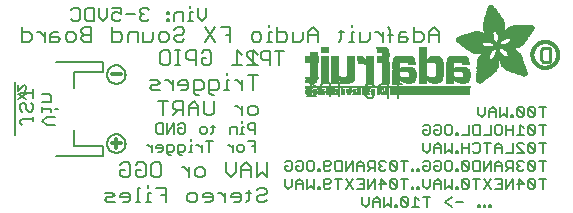
<source format=gbr>
G04 EAGLE Gerber RS-274X export*
G75*
%MOMM*%
%FSLAX34Y34*%
%LPD*%
%INSilkscreen Bottom*%
%IPPOS*%
%AMOC8*
5,1,8,0,0,1.08239X$1,22.5*%
G01*
%ADD10C,0.177800*%
%ADD11C,0.127000*%
%ADD12C,0.152400*%
%ADD13C,0.203200*%
%ADD14C,0.304800*%
%ADD15R,6.839700X0.016800*%
%ADD16R,0.268300X0.016800*%
%ADD17R,0.268200X0.016800*%
%ADD18R,0.251500X0.016800*%
%ADD19R,0.301800X0.016800*%
%ADD20R,0.251400X0.016800*%
%ADD21R,0.285000X0.016800*%
%ADD22R,0.301700X0.016800*%
%ADD23R,0.419100X0.016800*%
%ADD24R,0.318500X0.016800*%
%ADD25R,0.586700X0.016800*%
%ADD26R,0.586800X0.016800*%
%ADD27R,6.839700X0.016700*%
%ADD28R,0.268300X0.016700*%
%ADD29R,0.251400X0.016700*%
%ADD30R,0.251500X0.016700*%
%ADD31R,0.301800X0.016700*%
%ADD32R,0.285000X0.016700*%
%ADD33R,0.301700X0.016700*%
%ADD34R,0.419100X0.016700*%
%ADD35R,0.318500X0.016700*%
%ADD36R,0.586700X0.016700*%
%ADD37R,0.586800X0.016700*%
%ADD38R,0.318600X0.016800*%
%ADD39R,0.569900X0.016800*%
%ADD40R,0.335300X0.016800*%
%ADD41R,0.234700X0.016800*%
%ADD42R,0.234700X0.016700*%
%ADD43R,0.016700X0.016700*%
%ADD44R,0.318600X0.016700*%
%ADD45R,0.569900X0.016700*%
%ADD46R,0.335300X0.016700*%
%ADD47R,0.217900X0.016800*%
%ADD48R,0.033500X0.016800*%
%ADD49R,0.570000X0.016800*%
%ADD50R,0.201100X0.016700*%
%ADD51R,0.050300X0.016700*%
%ADD52R,0.670500X0.016700*%
%ADD53R,1.005800X0.016700*%
%ADD54R,0.570000X0.016700*%
%ADD55R,0.201100X0.016800*%
%ADD56R,0.067000X0.016800*%
%ADD57R,0.670500X0.016800*%
%ADD58R,1.005800X0.016800*%
%ADD59R,0.184400X0.016800*%
%ADD60R,0.989000X0.016800*%
%ADD61R,0.184400X0.016700*%
%ADD62R,0.067000X0.016700*%
%ADD63R,0.989000X0.016700*%
%ADD64R,0.167600X0.016800*%
%ADD65R,0.083800X0.016800*%
%ADD66R,0.637000X0.016800*%
%ADD67R,0.955500X0.016800*%
%ADD68R,0.150800X0.016800*%
%ADD69R,0.100600X0.016800*%
%ADD70R,0.536400X0.016800*%
%ADD71R,0.854900X0.016800*%
%ADD72R,0.150800X0.016700*%
%ADD73R,0.100600X0.016700*%
%ADD74R,0.352000X0.016700*%
%ADD75R,0.435900X0.016700*%
%ADD76R,0.402400X0.016700*%
%ADD77R,0.368800X0.016700*%
%ADD78R,0.134100X0.016800*%
%ADD79R,0.117300X0.016800*%
%ADD80R,0.435900X0.016800*%
%ADD81R,0.368900X0.016800*%
%ADD82R,0.603500X0.016800*%
%ADD83R,0.134100X0.016700*%
%ADD84R,0.117300X0.016700*%
%ADD85R,0.452600X0.016700*%
%ADD86R,0.620300X0.016700*%
%ADD87R,0.284900X0.016800*%
%ADD88R,0.486200X0.016800*%
%ADD89R,0.653800X0.016800*%
%ADD90R,0.804700X0.016800*%
%ADD91R,0.150900X0.016700*%
%ADD92R,0.268200X0.016700*%
%ADD93R,0.737600X0.016700*%
%ADD94R,0.603500X0.016700*%
%ADD95R,0.922000X0.016700*%
%ADD96R,0.150900X0.016800*%
%ADD97R,0.821400X0.016800*%
%ADD98R,0.972300X0.016800*%
%ADD99R,0.989100X0.016800*%
%ADD100R,0.083800X0.016700*%
%ADD101R,0.167600X0.016700*%
%ADD102R,0.821400X0.016700*%
%ADD103R,0.989100X0.016700*%
%ADD104R,0.201200X0.016700*%
%ADD105R,0.050300X0.016800*%
%ADD106R,0.201200X0.016800*%
%ADD107R,0.217900X0.016700*%
%ADD108R,0.284900X0.016700*%
%ADD109R,0.352100X0.016800*%
%ADD110R,0.620300X0.016800*%
%ADD111R,0.385600X0.016800*%
%ADD112R,0.335200X0.016800*%
%ADD113R,0.385600X0.016700*%
%ADD114R,0.687400X0.016700*%
%ADD115R,13.998000X0.016800*%
%ADD116R,13.998000X0.016700*%
%ADD117R,0.637000X0.016700*%
%ADD118R,0.486100X0.016700*%
%ADD119R,0.637100X0.016700*%
%ADD120R,0.519700X0.016700*%
%ADD121R,0.536500X0.016700*%
%ADD122R,0.787900X0.016800*%
%ADD123R,0.687400X0.016800*%
%ADD124R,0.771200X0.016800*%
%ADD125R,0.637100X0.016800*%
%ADD126R,0.720800X0.016800*%
%ADD127R,0.704100X0.016800*%
%ADD128R,0.754400X0.016800*%
%ADD129R,0.838200X0.016700*%
%ADD130R,0.871800X0.016700*%
%ADD131R,0.871700X0.016700*%
%ADD132R,0.402400X0.016800*%
%ADD133R,0.922100X0.016800*%
%ADD134R,0.938800X0.016800*%
%ADD135R,0.938800X0.016700*%
%ADD136R,1.022600X0.016700*%
%ADD137R,0.972400X0.016700*%
%ADD138R,0.972300X0.016700*%
%ADD139R,0.469400X0.016800*%
%ADD140R,1.072900X0.016800*%
%ADD141R,1.022600X0.016800*%
%ADD142R,1.005900X0.016800*%
%ADD143R,0.502900X0.016800*%
%ADD144R,1.123200X0.016800*%
%ADD145R,1.056200X0.016800*%
%ADD146R,1.123100X0.016800*%
%ADD147R,1.139900X0.016700*%
%ADD148R,1.089600X0.016700*%
%ADD149R,0.553200X0.016800*%
%ADD150R,1.190200X0.016800*%
%ADD151R,1.190300X0.016800*%
%ADD152R,1.039400X0.016800*%
%ADD153R,1.223700X0.016800*%
%ADD154R,1.173500X0.016800*%
%ADD155R,1.223800X0.016800*%
%ADD156R,1.240500X0.016700*%
%ADD157R,1.173500X0.016700*%
%ADD158R,1.240600X0.016700*%
%ADD159R,1.190300X0.016700*%
%ADD160R,1.056200X0.016700*%
%ADD161R,1.274100X0.016800*%
%ADD162R,1.274000X0.016800*%
%ADD163R,1.307600X0.016800*%
%ADD164R,1.257300X0.016800*%
%ADD165R,1.324400X0.016800*%
%ADD166R,0.687300X0.016700*%
%ADD167R,1.324400X0.016700*%
%ADD168R,1.307500X0.016700*%
%ADD169R,1.274100X0.016700*%
%ADD170R,1.072900X0.016700*%
%ADD171R,2.011600X0.016800*%
%ADD172R,1.324300X0.016800*%
%ADD173R,1.978100X0.016800*%
%ADD174R,2.011600X0.016700*%
%ADD175R,1.357900X0.016700*%
%ADD176R,1.994900X0.016700*%
%ADD177R,1.341200X0.016700*%
%ADD178R,1.089700X0.016700*%
%ADD179R,0.754300X0.016800*%
%ADD180R,1.994900X0.016800*%
%ADD181R,1.995000X0.016800*%
%ADD182R,1.089700X0.016800*%
%ADD183R,0.787900X0.016700*%
%ADD184R,1.995000X0.016700*%
%ADD185R,2.028400X0.016800*%
%ADD186R,2.011700X0.016800*%
%ADD187R,1.106500X0.016800*%
%ADD188R,2.028400X0.016700*%
%ADD189R,2.011700X0.016700*%
%ADD190R,1.106500X0.016700*%
%ADD191R,0.888400X0.016800*%
%ADD192R,0.922000X0.016800*%
%ADD193R,0.938700X0.016700*%
%ADD194R,2.045200X0.016800*%
%ADD195R,0.938700X0.016800*%
%ADD196R,0.670600X0.016700*%
%ADD197R,0.888500X0.016700*%
%ADD198R,2.045200X0.016700*%
%ADD199R,0.888400X0.016700*%
%ADD200R,0.804600X0.016800*%
%ADD201R,2.028500X0.016800*%
%ADD202R,1.056100X0.016700*%
%ADD203R,0.771100X0.016700*%
%ADD204R,0.754300X0.016700*%
%ADD205R,2.028500X0.016700*%
%ADD206R,0.737700X0.016700*%
%ADD207R,1.072800X0.016800*%
%ADD208R,0.871700X0.016800*%
%ADD209R,0.737600X0.016800*%
%ADD210R,0.871800X0.016800*%
%ADD211R,1.089600X0.016800*%
%ADD212R,0.704000X0.016800*%
%ADD213R,0.687300X0.016800*%
%ADD214R,0.670600X0.016800*%
%ADD215R,1.123100X0.016700*%
%ADD216R,0.720800X0.016700*%
%ADD217R,0.653700X0.016700*%
%ADD218R,0.653800X0.016700*%
%ADD219R,1.139900X0.016800*%
%ADD220R,1.173400X0.016800*%
%ADD221R,1.190200X0.016700*%
%ADD222R,1.207000X0.016800*%
%ADD223R,1.240500X0.016800*%
%ADD224R,0.469400X0.016700*%
%ADD225R,1.274000X0.016700*%
%ADD226R,0.519600X0.016800*%
%ADD227R,1.341100X0.016800*%
%ADD228R,0.771200X0.016700*%
%ADD229R,1.374600X0.016700*%
%ADD230R,0.838200X0.016800*%
%ADD231R,1.391400X0.016800*%
%ADD232R,1.424900X0.016800*%
%ADD233R,1.441700X0.016700*%
%ADD234R,1.475200X0.016800*%
%ADD235R,1.491900X0.016700*%
%ADD236R,1.525500X0.016800*%
%ADD237R,1.559000X0.016700*%
%ADD238R,1.575800X0.016800*%
%ADD239R,1.307600X0.016700*%
%ADD240R,1.592500X0.016700*%
%ADD241R,1.374700X0.016800*%
%ADD242R,1.609300X0.016800*%
%ADD243R,1.408200X0.016800*%
%ADD244R,1.626100X0.016800*%
%ADD245R,1.626100X0.016700*%
%ADD246R,1.508800X0.016800*%
%ADD247R,1.659600X0.016800*%
%ADD248R,1.559000X0.016800*%
%ADD249R,1.676400X0.016800*%
%ADD250R,1.575800X0.016700*%
%ADD251R,1.676400X0.016700*%
%ADD252R,1.978100X0.016700*%
%ADD253R,1.693100X0.016800*%
%ADD254R,1.642800X0.016800*%
%ADD255R,1.709900X0.016800*%
%ADD256R,1.961300X0.016800*%
%ADD257R,1.726600X0.016700*%
%ADD258R,1.961300X0.016700*%
%ADD259R,1.693200X0.016800*%
%ADD260R,1.726600X0.016800*%
%ADD261R,1.944600X0.016800*%
%ADD262R,1.726700X0.016700*%
%ADD263R,1.743400X0.016700*%
%ADD264R,1.944600X0.016700*%
%ADD265R,1.726700X0.016800*%
%ADD266R,1.760200X0.016800*%
%ADD267R,1.927800X0.016800*%
%ADD268R,1.911000X0.016800*%
%ADD269R,1.793700X0.016700*%
%ADD270R,1.776900X0.016700*%
%ADD271R,1.911100X0.016700*%
%ADD272R,1.894300X0.016700*%
%ADD273R,1.793800X0.016800*%
%ADD274R,1.776900X0.016800*%
%ADD275R,1.911100X0.016800*%
%ADD276R,1.894300X0.016800*%
%ADD277R,1.827300X0.016800*%
%ADD278R,1.810500X0.016800*%
%ADD279R,1.877500X0.016800*%
%ADD280R,1.844100X0.016700*%
%ADD281R,1.810500X0.016700*%
%ADD282R,1.860800X0.016700*%
%ADD283R,1.844000X0.016700*%
%ADD284R,1.860900X0.016800*%
%ADD285R,1.844000X0.016800*%
%ADD286R,1.827200X0.016800*%
%ADD287R,1.860800X0.016800*%
%ADD288R,1.793700X0.016800*%
%ADD289R,1.877600X0.016700*%
%ADD290R,1.827200X0.016700*%
%ADD291R,1.927800X0.016700*%
%ADD292R,1.927900X0.016800*%
%ADD293R,1.944700X0.016700*%
%ADD294R,1.877500X0.016700*%
%ADD295R,1.961400X0.016800*%
%ADD296R,1.961400X0.016700*%
%ADD297R,1.978200X0.016800*%
%ADD298R,1.911000X0.016700*%
%ADD299R,0.620200X0.016800*%
%ADD300R,1.425000X0.016800*%
%ADD301R,0.620200X0.016700*%
%ADD302R,1.425000X0.016700*%
%ADD303R,0.653700X0.016800*%
%ADD304R,0.704100X0.016700*%
%ADD305R,0.804700X0.016700*%
%ADD306R,0.905200X0.016800*%
%ADD307R,1.894400X0.016800*%
%ADD308R,1.927900X0.016700*%
%ADD309R,1.877600X0.016800*%
%ADD310R,3.889300X0.016800*%
%ADD311R,3.872500X0.016700*%
%ADD312R,3.872500X0.016800*%
%ADD313R,3.855700X0.016700*%
%ADD314R,0.754400X0.016700*%
%ADD315R,3.855700X0.016800*%
%ADD316R,3.839000X0.016800*%
%ADD317R,0.720900X0.016800*%
%ADD318R,3.822200X0.016700*%
%ADD319R,2.715700X0.016800*%
%ADD320R,2.632000X0.016800*%
%ADD321R,1.290800X0.016800*%
%ADD322R,2.615200X0.016700*%
%ADD323R,1.257300X0.016700*%
%ADD324R,2.581700X0.016800*%
%ADD325R,1.240600X0.016800*%
%ADD326R,2.564900X0.016800*%
%ADD327R,1.760300X0.016800*%
%ADD328R,2.531400X0.016700*%
%ADD329R,1.156700X0.016700*%
%ADD330R,2.514600X0.016800*%
%ADD331R,0.955600X0.016800*%
%ADD332R,2.497800X0.016800*%
%ADD333R,1.659700X0.016800*%
%ADD334R,2.464300X0.016700*%
%ADD335R,1.039300X0.016700*%
%ADD336R,2.447500X0.016800*%
%ADD337R,1.592500X0.016800*%
%ADD338R,0.536500X0.016800*%
%ADD339R,2.430800X0.016700*%
%ADD340R,1.559100X0.016700*%
%ADD341R,1.542300X0.016700*%
%ADD342R,0.502900X0.016700*%
%ADD343R,2.414000X0.016800*%
%ADD344R,0.905300X0.016800*%
%ADD345R,1.508700X0.016800*%
%ADD346R,0.888500X0.016800*%
%ADD347R,2.397300X0.016800*%
%ADD348R,1.441700X0.016800*%
%ADD349R,0.452700X0.016800*%
%ADD350R,1.290900X0.016700*%
%ADD351R,1.156700X0.016800*%
%ADD352R,0.855000X0.016800*%
%ADD353R,1.123200X0.016700*%
%ADD354R,0.720900X0.016700*%
%ADD355R,1.106400X0.016800*%
%ADD356R,1.106400X0.016700*%
%ADD357R,0.771100X0.016800*%
%ADD358R,0.435800X0.016700*%
%ADD359R,1.592600X0.016700*%
%ADD360R,0.435800X0.016800*%
%ADD361R,1.642900X0.016800*%
%ADD362R,0.402300X0.016800*%
%ADD363R,1.793800X0.016700*%
%ADD364R,0.368800X0.016800*%
%ADD365R,1.056100X0.016800*%
%ADD366R,1.039400X0.016700*%
%ADD367R,2.078800X0.016800*%
%ADD368R,0.335200X0.016700*%
%ADD369R,2.145800X0.016700*%
%ADD370R,2.162600X0.016800*%
%ADD371R,0.352000X0.016800*%
%ADD372R,2.212800X0.016800*%
%ADD373R,2.279900X0.016700*%
%ADD374R,2.330200X0.016800*%
%ADD375R,2.799500X0.016800*%
%ADD376R,2.816300X0.016700*%
%ADD377R,0.955500X0.016700*%
%ADD378R,2.849900X0.016800*%
%ADD379R,2.916900X0.016800*%
%ADD380R,4.224500X0.016700*%
%ADD381R,4.291600X0.016800*%
%ADD382R,4.409000X0.016800*%
%ADD383R,4.509500X0.016700*%
%ADD384R,4.526300X0.016800*%
%ADD385R,4.626800X0.016700*%
%ADD386R,4.693900X0.016800*%
%ADD387R,4.727400X0.016800*%
%ADD388R,2.548200X0.016700*%
%ADD389R,2.179300X0.016700*%
%ADD390R,2.430800X0.016800*%
%ADD391R,2.414000X0.016700*%
%ADD392R,2.414100X0.016800*%
%ADD393R,2.430700X0.016700*%
%ADD394R,2.447600X0.016700*%
%ADD395R,1.559100X0.016800*%
%ADD396R,1.525500X0.016700*%
%ADD397R,1.492000X0.016800*%
%ADD398R,1.491900X0.016800*%
%ADD399R,1.458500X0.016700*%
%ADD400R,2.061900X0.016800*%
%ADD401R,1.408100X0.016700*%
%ADD402R,0.905200X0.016700*%
%ADD403R,2.112300X0.016700*%
%ADD404R,2.179300X0.016800*%
%ADD405R,1.408200X0.016700*%
%ADD406R,2.212900X0.016700*%
%ADD407R,1.140000X0.016800*%
%ADD408R,3.319300X0.016800*%
%ADD409R,1.374700X0.016700*%
%ADD410R,0.402300X0.016700*%
%ADD411R,3.302500X0.016700*%
%ADD412R,3.285700X0.016800*%
%ADD413R,1.357900X0.016800*%
%ADD414R,3.269000X0.016800*%
%ADD415R,3.285800X0.016700*%
%ADD416R,3.268900X0.016800*%
%ADD417R,0.452700X0.016700*%
%ADD418R,3.268900X0.016700*%
%ADD419R,1.391400X0.016700*%
%ADD420R,3.269000X0.016700*%
%ADD421R,1.374600X0.016800*%
%ADD422R,0.519700X0.016800*%
%ADD423R,3.252200X0.016800*%
%ADD424R,3.235400X0.016800*%
%ADD425R,3.235400X0.016700*%
%ADD426R,3.218600X0.016800*%
%ADD427R,3.201900X0.016800*%
%ADD428R,3.201900X0.016700*%
%ADD429R,1.458500X0.016800*%
%ADD430R,1.525600X0.016800*%
%ADD431R,3.185100X0.016800*%
%ADD432R,2.531300X0.016700*%
%ADD433R,3.168400X0.016700*%
%ADD434R,2.531300X0.016800*%
%ADD435R,3.151600X0.016800*%
%ADD436R,2.548100X0.016800*%
%ADD437R,3.134900X0.016800*%
%ADD438R,2.564900X0.016700*%
%ADD439R,3.118100X0.016700*%
%ADD440R,2.581600X0.016800*%
%ADD441R,3.101400X0.016800*%
%ADD442R,2.598400X0.016700*%
%ADD443R,3.067900X0.016700*%
%ADD444R,2.598400X0.016800*%
%ADD445R,3.034300X0.016800*%
%ADD446R,2.615100X0.016800*%
%ADD447R,3.000800X0.016800*%
%ADD448R,2.631900X0.016700*%
%ADD449R,2.950500X0.016700*%
%ADD450R,2.648700X0.016800*%
%ADD451R,2.900200X0.016800*%
%ADD452R,2.665500X0.016800*%
%ADD453R,2.682200X0.016700*%
%ADD454R,2.799600X0.016700*%
%ADD455R,2.699000X0.016800*%
%ADD456R,2.732500X0.016800*%
%ADD457R,2.749300X0.016700*%
%ADD458R,2.632000X0.016700*%
%ADD459R,2.749300X0.016800*%
%ADD460R,2.766100X0.016700*%
%ADD461R,2.766100X0.016800*%
%ADD462R,2.481100X0.016800*%
%ADD463R,2.782900X0.016800*%
%ADD464R,2.380500X0.016700*%
%ADD465R,2.833100X0.016800*%
%ADD466R,1.592600X0.016800*%
%ADD467R,2.849900X0.016700*%
%ADD468R,2.883400X0.016800*%
%ADD469R,2.917000X0.016700*%
%ADD470R,2.933700X0.016800*%
%ADD471R,2.967200X0.016800*%
%ADD472R,2.967200X0.016700*%
%ADD473R,3.017500X0.016700*%
%ADD474R,3.051000X0.016800*%
%ADD475R,0.788000X0.016800*%
%ADD476R,3.084600X0.016800*%
%ADD477R,2.397300X0.016700*%
%ADD478R,2.397200X0.016800*%
%ADD479R,1.760200X0.016700*%
%ADD480R,2.397200X0.016700*%
%ADD481R,1.827300X0.016700*%
%ADD482R,2.380500X0.016800*%
%ADD483R,2.363700X0.016800*%
%ADD484R,2.363700X0.016700*%
%ADD485R,2.346900X0.016800*%
%ADD486R,2.296600X0.016700*%
%ADD487R,2.279900X0.016800*%
%ADD488R,2.246300X0.016800*%
%ADD489R,2.229600X0.016700*%
%ADD490R,2.129100X0.016800*%
%ADD491R,2.112300X0.016800*%
%ADD492R,1.609300X0.016700*%
%ADD493R,1.743400X0.016800*%
%ADD494R,1.693100X0.016700*%
%ADD495R,1.659700X0.016700*%
%ADD496R,1.575900X0.016800*%
%ADD497R,1.575900X0.016700*%
%ADD498R,1.475200X0.016700*%
%ADD499R,1.324300X0.016700*%
%ADD500R,1.290800X0.016700*%
%ADD501R,1.207000X0.016700*%
%ADD502R,0.854900X0.016700*%
%ADD503R,0.821500X0.016700*%
%ADD504R,0.821500X0.016800*%
%ADD505R,0.218000X0.016800*%
%ADD506C,0.279400*%


D10*
X364871Y171069D02*
X364871Y179373D01*
X360719Y183526D01*
X356567Y179373D01*
X356567Y171069D01*
X356567Y177297D02*
X364871Y177297D01*
X343469Y171069D02*
X343469Y183526D01*
X343469Y171069D02*
X349698Y171069D01*
X351774Y173145D01*
X351774Y177297D01*
X349698Y179373D01*
X343469Y179373D01*
X336600Y179373D02*
X332448Y179373D01*
X330372Y177297D01*
X330372Y171069D01*
X336600Y171069D01*
X338677Y173145D01*
X336600Y175221D01*
X330372Y175221D01*
X323503Y171069D02*
X323503Y181450D01*
X321427Y183526D01*
X321427Y177297D02*
X325579Y177297D01*
X316848Y179373D02*
X316848Y171069D01*
X316848Y175221D02*
X312696Y179373D01*
X310619Y179373D01*
X305933Y179373D02*
X305933Y173145D01*
X303857Y171069D01*
X297629Y171069D01*
X297629Y179373D01*
X292836Y179373D02*
X290760Y179373D01*
X290760Y171069D01*
X292836Y171069D02*
X288684Y171069D01*
X290760Y183526D02*
X290760Y185602D01*
X282029Y181450D02*
X282029Y173145D01*
X279952Y171069D01*
X279952Y179373D02*
X284105Y179373D01*
X262276Y179373D02*
X262276Y171069D01*
X262276Y179373D02*
X258124Y183526D01*
X253971Y179373D01*
X253971Y171069D01*
X253971Y177297D02*
X262276Y177297D01*
X249179Y179373D02*
X249179Y173145D01*
X247103Y171069D01*
X240874Y171069D01*
X240874Y179373D01*
X227777Y183526D02*
X227777Y171069D01*
X234005Y171069D01*
X236081Y173145D01*
X236081Y177297D01*
X234005Y179373D01*
X227777Y179373D01*
X222984Y179373D02*
X220908Y179373D01*
X220908Y171069D01*
X222984Y171069D02*
X218832Y171069D01*
X220908Y183526D02*
X220908Y185602D01*
X212177Y171069D02*
X208024Y171069D01*
X205948Y173145D01*
X205948Y177297D01*
X208024Y179373D01*
X212177Y179373D01*
X214253Y177297D01*
X214253Y173145D01*
X212177Y171069D01*
X188058Y171069D02*
X188058Y183526D01*
X179754Y183526D01*
X183906Y177297D02*
X188058Y177297D01*
X174961Y183526D02*
X166656Y171069D01*
X174961Y171069D02*
X166656Y183526D01*
X142538Y183526D02*
X140462Y181450D01*
X142538Y183526D02*
X146690Y183526D01*
X148766Y181450D01*
X148766Y179373D01*
X146690Y177297D01*
X142538Y177297D01*
X140462Y175221D01*
X140462Y173145D01*
X142538Y171069D01*
X146690Y171069D01*
X148766Y173145D01*
X133593Y171069D02*
X129441Y171069D01*
X127365Y173145D01*
X127365Y177297D01*
X129441Y179373D01*
X133593Y179373D01*
X135669Y177297D01*
X135669Y173145D01*
X133593Y171069D01*
X122572Y173145D02*
X122572Y179373D01*
X122572Y173145D02*
X120496Y171069D01*
X114267Y171069D01*
X114267Y179373D01*
X109475Y179373D02*
X109475Y171069D01*
X109475Y179373D02*
X103246Y179373D01*
X101170Y177297D01*
X101170Y171069D01*
X88073Y171069D02*
X88073Y183526D01*
X88073Y171069D02*
X94301Y171069D01*
X96377Y173145D01*
X96377Y177297D01*
X94301Y179373D01*
X88073Y179373D01*
X70183Y183526D02*
X70183Y171069D01*
X70183Y183526D02*
X63955Y183526D01*
X61878Y181450D01*
X61878Y179373D01*
X63955Y177297D01*
X61878Y175221D01*
X61878Y173145D01*
X63955Y171069D01*
X70183Y171069D01*
X70183Y177297D02*
X63955Y177297D01*
X55010Y171069D02*
X50857Y171069D01*
X48781Y173145D01*
X48781Y177297D01*
X50857Y179373D01*
X55010Y179373D01*
X57086Y177297D01*
X57086Y173145D01*
X55010Y171069D01*
X41912Y179373D02*
X37760Y179373D01*
X35684Y177297D01*
X35684Y171069D01*
X41912Y171069D01*
X43988Y173145D01*
X41912Y175221D01*
X35684Y175221D01*
X30891Y171069D02*
X30891Y179373D01*
X30891Y175221D02*
X26739Y179373D01*
X24663Y179373D01*
X11672Y183526D02*
X11672Y171069D01*
X17901Y171069D01*
X19977Y173145D01*
X19977Y177297D01*
X17901Y179373D01*
X11672Y179373D01*
X207049Y163968D02*
X211201Y159815D01*
X207049Y163968D02*
X207049Y151511D01*
X211201Y151511D02*
X202897Y151511D01*
X198104Y159815D02*
X193952Y163968D01*
X193952Y151511D01*
X198104Y151511D02*
X189799Y151511D01*
X165681Y163968D02*
X163605Y161892D01*
X165681Y163968D02*
X169833Y163968D01*
X171909Y161892D01*
X171909Y153587D01*
X169833Y151511D01*
X165681Y151511D01*
X163605Y153587D01*
X163605Y157739D01*
X167757Y157739D01*
X158812Y151511D02*
X158812Y163968D01*
X152584Y163968D01*
X150508Y161892D01*
X150508Y157739D01*
X152584Y155663D01*
X158812Y155663D01*
X145715Y151511D02*
X141563Y151511D01*
X143639Y151511D02*
X143639Y163968D01*
X145715Y163968D02*
X141563Y163968D01*
X134907Y163968D02*
X130755Y163968D01*
X134907Y163968D02*
X136983Y161892D01*
X136983Y153587D01*
X134907Y151511D01*
X130755Y151511D01*
X128679Y153587D01*
X128679Y161892D01*
X130755Y163968D01*
X207049Y142632D02*
X207049Y130175D01*
X211201Y142632D02*
X202897Y142632D01*
X198104Y138479D02*
X198104Y130175D01*
X198104Y134327D02*
X193952Y138479D01*
X191875Y138479D01*
X187189Y138479D02*
X185113Y138479D01*
X185113Y130175D01*
X187189Y130175D02*
X183037Y130175D01*
X185113Y142632D02*
X185113Y144708D01*
X174306Y126023D02*
X172230Y126023D01*
X170153Y128099D01*
X170153Y138479D01*
X176382Y138479D01*
X178458Y136403D01*
X178458Y132251D01*
X176382Y130175D01*
X170153Y130175D01*
X161208Y126023D02*
X159132Y126023D01*
X157056Y128099D01*
X157056Y138479D01*
X163285Y138479D01*
X165361Y136403D01*
X165361Y132251D01*
X163285Y130175D01*
X157056Y130175D01*
X150187Y130175D02*
X146035Y130175D01*
X150187Y130175D02*
X152263Y132251D01*
X152263Y136403D01*
X150187Y138479D01*
X146035Y138479D01*
X143959Y136403D01*
X143959Y134327D01*
X152263Y134327D01*
X139166Y130175D02*
X139166Y138479D01*
X139166Y134327D02*
X135014Y138479D01*
X132938Y138479D01*
X128252Y130175D02*
X122023Y130175D01*
X119947Y132251D01*
X122023Y134327D01*
X126176Y134327D01*
X128252Y136403D01*
X126176Y138479D01*
X119947Y138479D01*
X204973Y108839D02*
X209125Y108839D01*
X204973Y108839D02*
X202897Y110915D01*
X202897Y115067D01*
X204973Y117143D01*
X209125Y117143D01*
X211201Y115067D01*
X211201Y110915D01*
X209125Y108839D01*
X198104Y108839D02*
X198104Y117143D01*
X198104Y112991D02*
X193952Y117143D01*
X191875Y117143D01*
X174092Y121296D02*
X174092Y110915D01*
X172016Y108839D01*
X167864Y108839D01*
X165788Y110915D01*
X165788Y121296D01*
X160995Y117143D02*
X160995Y108839D01*
X160995Y117143D02*
X156843Y121296D01*
X152690Y117143D01*
X152690Y108839D01*
X152690Y115067D02*
X160995Y115067D01*
X147898Y108839D02*
X147898Y121296D01*
X141669Y121296D01*
X139593Y119220D01*
X139593Y115067D01*
X141669Y112991D01*
X147898Y112991D01*
X143745Y112991D02*
X139593Y108839D01*
X130648Y108839D02*
X130648Y121296D01*
X134800Y121296D02*
X126496Y121296D01*
X218821Y68972D02*
X218821Y56515D01*
X214669Y60667D01*
X210517Y56515D01*
X210517Y68972D01*
X205724Y64819D02*
X205724Y56515D01*
X205724Y64819D02*
X201572Y68972D01*
X197419Y64819D01*
X197419Y56515D01*
X197419Y62743D02*
X205724Y62743D01*
X192627Y60667D02*
X192627Y68972D01*
X192627Y60667D02*
X188474Y56515D01*
X184322Y60667D01*
X184322Y68972D01*
X164356Y56515D02*
X160204Y56515D01*
X158128Y58591D01*
X158128Y62743D01*
X160204Y64819D01*
X164356Y64819D01*
X166432Y62743D01*
X166432Y58591D01*
X164356Y56515D01*
X153335Y56515D02*
X153335Y64819D01*
X153335Y60667D02*
X149183Y64819D01*
X147106Y64819D01*
X127247Y68972D02*
X123095Y68972D01*
X127247Y68972D02*
X129323Y66896D01*
X129323Y58591D01*
X127247Y56515D01*
X123095Y56515D01*
X121019Y58591D01*
X121019Y66896D01*
X123095Y68972D01*
X109998Y68972D02*
X107921Y66896D01*
X109998Y68972D02*
X114150Y68972D01*
X116226Y66896D01*
X116226Y58591D01*
X114150Y56515D01*
X109998Y56515D01*
X107921Y58591D01*
X107921Y62743D01*
X112074Y62743D01*
X96900Y68972D02*
X94824Y66896D01*
X96900Y68972D02*
X101053Y68972D01*
X103129Y66896D01*
X103129Y58591D01*
X101053Y56515D01*
X96900Y56515D01*
X94824Y58591D01*
X94824Y62743D01*
X98976Y62743D01*
X210517Y45560D02*
X212593Y47636D01*
X216745Y47636D01*
X218821Y45560D01*
X218821Y43483D01*
X216745Y41407D01*
X212593Y41407D01*
X210517Y39331D01*
X210517Y37255D01*
X212593Y35179D01*
X216745Y35179D01*
X218821Y37255D01*
X203648Y37255D02*
X203648Y45560D01*
X203648Y37255D02*
X201572Y35179D01*
X201572Y43483D02*
X205724Y43483D01*
X194916Y35179D02*
X190764Y35179D01*
X194916Y35179D02*
X196992Y37255D01*
X196992Y41407D01*
X194916Y43483D01*
X190764Y43483D01*
X188688Y41407D01*
X188688Y39331D01*
X196992Y39331D01*
X183895Y35179D02*
X183895Y43483D01*
X183895Y39331D02*
X179743Y43483D01*
X177667Y43483D01*
X170905Y35179D02*
X166752Y35179D01*
X170905Y35179D02*
X172981Y37255D01*
X172981Y41407D01*
X170905Y43483D01*
X166752Y43483D01*
X164676Y41407D01*
X164676Y39331D01*
X172981Y39331D01*
X157807Y35179D02*
X153655Y35179D01*
X151579Y37255D01*
X151579Y41407D01*
X153655Y43483D01*
X157807Y43483D01*
X159883Y41407D01*
X159883Y37255D01*
X157807Y35179D01*
X133689Y35179D02*
X133689Y47636D01*
X125384Y47636D01*
X129537Y41407D02*
X133689Y41407D01*
X120592Y43483D02*
X118516Y43483D01*
X118516Y35179D01*
X120592Y35179D02*
X116439Y35179D01*
X118516Y47636D02*
X118516Y49712D01*
X111860Y47636D02*
X109784Y47636D01*
X109784Y35179D01*
X111860Y35179D02*
X107708Y35179D01*
X101053Y35179D02*
X96900Y35179D01*
X101053Y35179D02*
X103129Y37255D01*
X103129Y41407D01*
X101053Y43483D01*
X96900Y43483D01*
X94824Y41407D01*
X94824Y39331D01*
X103129Y39331D01*
X90031Y35179D02*
X83803Y35179D01*
X81727Y37255D01*
X83803Y39331D01*
X87955Y39331D01*
X90031Y41407D01*
X87955Y43483D01*
X81727Y43483D01*
D11*
X452329Y107315D02*
X452329Y116213D01*
X455295Y116213D02*
X449363Y116213D01*
X445940Y114730D02*
X445940Y108798D01*
X445940Y114730D02*
X444457Y116213D01*
X441491Y116213D01*
X440008Y114730D01*
X440008Y108798D01*
X441491Y107315D01*
X444457Y107315D01*
X445940Y108798D01*
X440008Y114730D01*
X436585Y114730D02*
X436585Y108798D01*
X436585Y114730D02*
X435102Y116213D01*
X432136Y116213D01*
X430653Y114730D01*
X430653Y108798D01*
X432136Y107315D01*
X435102Y107315D01*
X436585Y108798D01*
X430653Y114730D01*
X427229Y108798D02*
X427229Y107315D01*
X427229Y108798D02*
X425747Y108798D01*
X425747Y107315D01*
X427229Y107315D01*
X422552Y107315D02*
X422552Y116213D01*
X419586Y110281D02*
X422552Y107315D01*
X419586Y110281D02*
X416620Y107315D01*
X416620Y116213D01*
X413197Y113247D02*
X413197Y107315D01*
X413197Y113247D02*
X410231Y116213D01*
X407265Y113247D01*
X407265Y107315D01*
X407265Y111764D02*
X413197Y111764D01*
X403841Y110281D02*
X403841Y116213D01*
X403841Y110281D02*
X400876Y107315D01*
X397910Y110281D01*
X397910Y116213D01*
X452329Y100973D02*
X452329Y92075D01*
X455295Y100973D02*
X449363Y100973D01*
X445940Y99490D02*
X445940Y93558D01*
X445940Y99490D02*
X444457Y100973D01*
X441491Y100973D01*
X440008Y99490D01*
X440008Y93558D01*
X441491Y92075D01*
X444457Y92075D01*
X445940Y93558D01*
X440008Y99490D01*
X436585Y98007D02*
X433619Y100973D01*
X433619Y92075D01*
X436585Y92075D02*
X430653Y92075D01*
X427229Y92075D02*
X427229Y100973D01*
X427229Y96524D02*
X421298Y96524D01*
X421298Y100973D02*
X421298Y92075D01*
X416391Y100973D02*
X413425Y100973D01*
X416391Y100973D02*
X417874Y99490D01*
X417874Y93558D01*
X416391Y92075D01*
X413425Y92075D01*
X411943Y93558D01*
X411943Y99490D01*
X413425Y100973D01*
X408519Y100973D02*
X408519Y92075D01*
X402587Y92075D01*
X399164Y92075D02*
X399164Y100973D01*
X399164Y92075D02*
X394715Y92075D01*
X393232Y93558D01*
X393232Y99490D01*
X394715Y100973D01*
X399164Y100973D01*
X389809Y100973D02*
X389809Y92075D01*
X383877Y92075D01*
X380454Y92075D02*
X380454Y93558D01*
X378971Y93558D01*
X378971Y92075D01*
X380454Y92075D01*
X374293Y100973D02*
X371327Y100973D01*
X374293Y100973D02*
X375776Y99490D01*
X375776Y93558D01*
X374293Y92075D01*
X371327Y92075D01*
X369844Y93558D01*
X369844Y99490D01*
X371327Y100973D01*
X361972Y100973D02*
X360489Y99490D01*
X361972Y100973D02*
X364938Y100973D01*
X366421Y99490D01*
X366421Y93558D01*
X364938Y92075D01*
X361972Y92075D01*
X360489Y93558D01*
X360489Y96524D01*
X363455Y96524D01*
X352617Y100973D02*
X351134Y99490D01*
X352617Y100973D02*
X355583Y100973D01*
X357066Y99490D01*
X357066Y93558D01*
X355583Y92075D01*
X352617Y92075D01*
X351134Y93558D01*
X351134Y96524D01*
X354100Y96524D01*
X452329Y85733D02*
X452329Y76835D01*
X455295Y85733D02*
X449363Y85733D01*
X445940Y84250D02*
X445940Y78318D01*
X445940Y84250D02*
X444457Y85733D01*
X441491Y85733D01*
X440008Y84250D01*
X440008Y78318D01*
X441491Y76835D01*
X444457Y76835D01*
X445940Y78318D01*
X440008Y84250D01*
X436585Y76835D02*
X430653Y76835D01*
X436585Y76835D02*
X430653Y82767D01*
X430653Y84250D01*
X432136Y85733D01*
X435102Y85733D01*
X436585Y84250D01*
X427229Y85733D02*
X427229Y76835D01*
X421298Y76835D01*
X417874Y76835D02*
X417874Y82767D01*
X414908Y85733D01*
X411943Y82767D01*
X411943Y76835D01*
X411943Y81284D02*
X417874Y81284D01*
X405553Y76835D02*
X405553Y85733D01*
X408519Y85733D02*
X402587Y85733D01*
X394715Y85733D02*
X393232Y84250D01*
X394715Y85733D02*
X397681Y85733D01*
X399164Y84250D01*
X399164Y78318D01*
X397681Y76835D01*
X394715Y76835D01*
X393232Y78318D01*
X389809Y76835D02*
X389809Y85733D01*
X389809Y81284D02*
X383877Y81284D01*
X383877Y85733D02*
X383877Y76835D01*
X380454Y76835D02*
X380454Y78318D01*
X378971Y78318D01*
X378971Y76835D01*
X380454Y76835D01*
X375776Y76835D02*
X375776Y85733D01*
X372810Y79801D02*
X375776Y76835D01*
X372810Y79801D02*
X369844Y76835D01*
X369844Y85733D01*
X366421Y82767D02*
X366421Y76835D01*
X366421Y82767D02*
X363455Y85733D01*
X360489Y82767D01*
X360489Y76835D01*
X360489Y81284D02*
X366421Y81284D01*
X357066Y79801D02*
X357066Y85733D01*
X357066Y79801D02*
X354100Y76835D01*
X351134Y79801D01*
X351134Y85733D01*
X452329Y70493D02*
X452329Y61595D01*
X455295Y70493D02*
X449363Y70493D01*
X445940Y69010D02*
X445940Y63078D01*
X445940Y69010D02*
X444457Y70493D01*
X441491Y70493D01*
X440008Y69010D01*
X440008Y63078D01*
X441491Y61595D01*
X444457Y61595D01*
X445940Y63078D01*
X440008Y69010D01*
X436585Y69010D02*
X435102Y70493D01*
X432136Y70493D01*
X430653Y69010D01*
X430653Y67527D01*
X432136Y66044D01*
X433619Y66044D01*
X432136Y66044D02*
X430653Y64561D01*
X430653Y63078D01*
X432136Y61595D01*
X435102Y61595D01*
X436585Y63078D01*
X427229Y61595D02*
X427229Y70493D01*
X422781Y70493D01*
X421298Y69010D01*
X421298Y66044D01*
X422781Y64561D01*
X427229Y64561D01*
X424264Y64561D02*
X421298Y61595D01*
X417874Y61595D02*
X417874Y67527D01*
X414908Y70493D01*
X411943Y67527D01*
X411943Y61595D01*
X411943Y66044D02*
X417874Y66044D01*
X408519Y61595D02*
X408519Y70493D01*
X402587Y61595D01*
X402587Y70493D01*
X399164Y70493D02*
X399164Y61595D01*
X394715Y61595D01*
X393232Y63078D01*
X393232Y69010D01*
X394715Y70493D01*
X399164Y70493D01*
X389809Y69010D02*
X389809Y63078D01*
X389809Y69010D02*
X388326Y70493D01*
X385360Y70493D01*
X383877Y69010D01*
X383877Y63078D01*
X385360Y61595D01*
X388326Y61595D01*
X389809Y63078D01*
X383877Y69010D01*
X380454Y63078D02*
X380454Y61595D01*
X380454Y63078D02*
X378971Y63078D01*
X378971Y61595D01*
X380454Y61595D01*
X374293Y70493D02*
X371327Y70493D01*
X374293Y70493D02*
X375776Y69010D01*
X375776Y63078D01*
X374293Y61595D01*
X371327Y61595D01*
X369844Y63078D01*
X369844Y69010D01*
X371327Y70493D01*
X361972Y70493D02*
X360489Y69010D01*
X361972Y70493D02*
X364938Y70493D01*
X366421Y69010D01*
X366421Y63078D01*
X364938Y61595D01*
X361972Y61595D01*
X360489Y63078D01*
X360489Y66044D01*
X363455Y66044D01*
X352617Y70493D02*
X351134Y69010D01*
X352617Y70493D02*
X355583Y70493D01*
X357066Y69010D01*
X357066Y63078D01*
X355583Y61595D01*
X352617Y61595D01*
X351134Y63078D01*
X351134Y66044D01*
X354100Y66044D01*
X347710Y63078D02*
X347710Y61595D01*
X347710Y63078D02*
X346227Y63078D01*
X346227Y61595D01*
X347710Y61595D01*
X343033Y61595D02*
X343033Y63078D01*
X341550Y63078D01*
X341550Y61595D01*
X343033Y61595D01*
X335389Y61595D02*
X335389Y70493D01*
X338355Y70493D02*
X332423Y70493D01*
X329000Y69010D02*
X329000Y63078D01*
X329000Y69010D02*
X327517Y70493D01*
X324551Y70493D01*
X323068Y69010D01*
X323068Y63078D01*
X324551Y61595D01*
X327517Y61595D01*
X329000Y63078D01*
X323068Y69010D01*
X319645Y69010D02*
X318162Y70493D01*
X315196Y70493D01*
X313713Y69010D01*
X313713Y67527D01*
X315196Y66044D01*
X316679Y66044D01*
X315196Y66044D02*
X313713Y64561D01*
X313713Y63078D01*
X315196Y61595D01*
X318162Y61595D01*
X319645Y63078D01*
X310290Y61595D02*
X310290Y70493D01*
X305841Y70493D01*
X304358Y69010D01*
X304358Y66044D01*
X305841Y64561D01*
X310290Y64561D01*
X307324Y64561D02*
X304358Y61595D01*
X300934Y61595D02*
X300934Y67527D01*
X297969Y70493D01*
X295003Y67527D01*
X295003Y61595D01*
X295003Y66044D02*
X300934Y66044D01*
X291579Y61595D02*
X291579Y70493D01*
X285648Y61595D01*
X285648Y70493D01*
X282224Y70493D02*
X282224Y61595D01*
X277775Y61595D01*
X276292Y63078D01*
X276292Y69010D01*
X277775Y70493D01*
X282224Y70493D01*
X272869Y63078D02*
X271386Y61595D01*
X268420Y61595D01*
X266937Y63078D01*
X266937Y69010D01*
X268420Y70493D01*
X271386Y70493D01*
X272869Y69010D01*
X272869Y67527D01*
X271386Y66044D01*
X266937Y66044D01*
X263514Y63078D02*
X263514Y61595D01*
X263514Y63078D02*
X262031Y63078D01*
X262031Y61595D01*
X263514Y61595D01*
X257353Y70493D02*
X254387Y70493D01*
X257353Y70493D02*
X258836Y69010D01*
X258836Y63078D01*
X257353Y61595D01*
X254387Y61595D01*
X252904Y63078D01*
X252904Y69010D01*
X254387Y70493D01*
X245032Y70493D02*
X243549Y69010D01*
X245032Y70493D02*
X247998Y70493D01*
X249481Y69010D01*
X249481Y63078D01*
X247998Y61595D01*
X245032Y61595D01*
X243549Y63078D01*
X243549Y66044D01*
X246515Y66044D01*
X235677Y70493D02*
X234194Y69010D01*
X235677Y70493D02*
X238643Y70493D01*
X240126Y69010D01*
X240126Y63078D01*
X238643Y61595D01*
X235677Y61595D01*
X234194Y63078D01*
X234194Y66044D01*
X237160Y66044D01*
X452329Y55253D02*
X452329Y46355D01*
X455295Y55253D02*
X449363Y55253D01*
X445940Y53770D02*
X445940Y47838D01*
X445940Y53770D02*
X444457Y55253D01*
X441491Y55253D01*
X440008Y53770D01*
X440008Y47838D01*
X441491Y46355D01*
X444457Y46355D01*
X445940Y47838D01*
X440008Y53770D01*
X432136Y55253D02*
X432136Y46355D01*
X436585Y50804D02*
X432136Y55253D01*
X430653Y50804D02*
X436585Y50804D01*
X427229Y46355D02*
X427229Y55253D01*
X421298Y46355D01*
X421298Y55253D01*
X417874Y55253D02*
X411943Y55253D01*
X417874Y55253D02*
X417874Y46355D01*
X411943Y46355D01*
X414908Y50804D02*
X417874Y50804D01*
X408519Y55253D02*
X402587Y46355D01*
X408519Y46355D02*
X402587Y55253D01*
X396198Y55253D02*
X396198Y46355D01*
X399164Y55253D02*
X393232Y55253D01*
X389809Y53770D02*
X389809Y47838D01*
X389809Y53770D02*
X388326Y55253D01*
X385360Y55253D01*
X383877Y53770D01*
X383877Y47838D01*
X385360Y46355D01*
X388326Y46355D01*
X389809Y47838D01*
X383877Y53770D01*
X380454Y47838D02*
X380454Y46355D01*
X380454Y47838D02*
X378971Y47838D01*
X378971Y46355D01*
X380454Y46355D01*
X375776Y46355D02*
X375776Y55253D01*
X372810Y49321D02*
X375776Y46355D01*
X372810Y49321D02*
X369844Y46355D01*
X369844Y55253D01*
X366421Y52287D02*
X366421Y46355D01*
X366421Y52287D02*
X363455Y55253D01*
X360489Y52287D01*
X360489Y46355D01*
X360489Y50804D02*
X366421Y50804D01*
X357066Y49321D02*
X357066Y55253D01*
X357066Y49321D02*
X354100Y46355D01*
X351134Y49321D01*
X351134Y55253D01*
X347710Y47838D02*
X347710Y46355D01*
X347710Y47838D02*
X346227Y47838D01*
X346227Y46355D01*
X347710Y46355D01*
X343033Y46355D02*
X343033Y47838D01*
X341550Y47838D01*
X341550Y46355D01*
X343033Y46355D01*
X335389Y46355D02*
X335389Y55253D01*
X338355Y55253D02*
X332423Y55253D01*
X329000Y53770D02*
X329000Y47838D01*
X329000Y53770D02*
X327517Y55253D01*
X324551Y55253D01*
X323068Y53770D01*
X323068Y47838D01*
X324551Y46355D01*
X327517Y46355D01*
X329000Y47838D01*
X323068Y53770D01*
X315196Y55253D02*
X315196Y46355D01*
X319645Y50804D02*
X315196Y55253D01*
X313713Y50804D02*
X319645Y50804D01*
X310290Y46355D02*
X310290Y55253D01*
X304358Y46355D01*
X304358Y55253D01*
X300934Y55253D02*
X295003Y55253D01*
X300934Y55253D02*
X300934Y46355D01*
X295003Y46355D01*
X297969Y50804D02*
X300934Y50804D01*
X291579Y55253D02*
X285648Y46355D01*
X291579Y46355D02*
X285648Y55253D01*
X279258Y55253D02*
X279258Y46355D01*
X282224Y55253D02*
X276292Y55253D01*
X272869Y47838D02*
X271386Y46355D01*
X268420Y46355D01*
X266937Y47838D01*
X266937Y53770D01*
X268420Y55253D01*
X271386Y55253D01*
X272869Y53770D01*
X272869Y52287D01*
X271386Y50804D01*
X266937Y50804D01*
X263514Y47838D02*
X263514Y46355D01*
X263514Y47838D02*
X262031Y47838D01*
X262031Y46355D01*
X263514Y46355D01*
X258836Y46355D02*
X258836Y55253D01*
X255870Y49321D02*
X258836Y46355D01*
X255870Y49321D02*
X252904Y46355D01*
X252904Y55253D01*
X249481Y52287D02*
X249481Y46355D01*
X249481Y52287D02*
X246515Y55253D01*
X243549Y52287D01*
X243549Y46355D01*
X243549Y50804D02*
X249481Y50804D01*
X240126Y49321D02*
X240126Y55253D01*
X240126Y49321D02*
X237160Y46355D01*
X234194Y49321D01*
X234194Y55253D01*
X408519Y32598D02*
X408519Y31115D01*
X408519Y32598D02*
X407036Y32598D01*
X407036Y31115D01*
X408519Y31115D01*
X403841Y31115D02*
X403841Y32598D01*
X402359Y32598D01*
X402359Y31115D01*
X403841Y31115D01*
X399164Y31115D02*
X399164Y32598D01*
X397681Y32598D01*
X397681Y31115D01*
X399164Y31115D01*
X385131Y35564D02*
X379199Y35564D01*
X375776Y40013D02*
X369844Y35564D01*
X375776Y31115D01*
X354100Y31115D02*
X354100Y40013D01*
X357066Y40013D02*
X351134Y40013D01*
X347710Y37047D02*
X344745Y40013D01*
X344745Y31115D01*
X347710Y31115D02*
X341779Y31115D01*
X338355Y32598D02*
X338355Y38530D01*
X336872Y40013D01*
X333906Y40013D01*
X332423Y38530D01*
X332423Y32598D01*
X333906Y31115D01*
X336872Y31115D01*
X338355Y32598D01*
X332423Y38530D01*
X329000Y32598D02*
X329000Y31115D01*
X329000Y32598D02*
X327517Y32598D01*
X327517Y31115D01*
X329000Y31115D01*
X324322Y31115D02*
X324322Y40013D01*
X321357Y34081D02*
X324322Y31115D01*
X321357Y34081D02*
X318391Y31115D01*
X318391Y40013D01*
X314967Y37047D02*
X314967Y31115D01*
X314967Y37047D02*
X312001Y40013D01*
X309035Y37047D01*
X309035Y31115D01*
X309035Y35564D02*
X314967Y35564D01*
X305612Y34081D02*
X305612Y40013D01*
X305612Y34081D02*
X302646Y31115D01*
X299680Y34081D01*
X299680Y40013D01*
D12*
X167657Y192451D02*
X167657Y199908D01*
X167657Y192451D02*
X163928Y188722D01*
X160200Y192451D01*
X160200Y199908D01*
X155963Y196179D02*
X154099Y196179D01*
X154099Y188722D01*
X155963Y188722D02*
X152234Y188722D01*
X154099Y199908D02*
X154099Y201772D01*
X148167Y196179D02*
X148167Y188722D01*
X148167Y196179D02*
X142574Y196179D01*
X140710Y194315D01*
X140710Y188722D01*
X136473Y196179D02*
X134609Y196179D01*
X134609Y194315D01*
X136473Y194315D01*
X136473Y196179D01*
X136473Y190586D02*
X134609Y190586D01*
X134609Y188722D01*
X136473Y188722D01*
X136473Y190586D01*
X118932Y198043D02*
X117068Y199908D01*
X113339Y199908D01*
X111475Y198043D01*
X111475Y196179D01*
X113339Y194315D01*
X115204Y194315D01*
X113339Y194315D02*
X111475Y192451D01*
X111475Y190586D01*
X113339Y188722D01*
X117068Y188722D01*
X118932Y190586D01*
X107238Y194315D02*
X99781Y194315D01*
X95544Y199908D02*
X88087Y199908D01*
X95544Y199908D02*
X95544Y194315D01*
X91816Y196179D01*
X89951Y196179D01*
X88087Y194315D01*
X88087Y190586D01*
X89951Y188722D01*
X93680Y188722D01*
X95544Y190586D01*
X83850Y192451D02*
X83850Y199908D01*
X83850Y192451D02*
X80122Y188722D01*
X76393Y192451D01*
X76393Y199908D01*
X72156Y199908D02*
X72156Y188722D01*
X66563Y188722D01*
X64699Y190586D01*
X64699Y198043D01*
X66563Y199908D01*
X72156Y199908D01*
X54870Y199908D02*
X53005Y198043D01*
X54870Y199908D02*
X58598Y199908D01*
X60462Y198043D01*
X60462Y190586D01*
X58598Y188722D01*
X54870Y188722D01*
X53005Y190586D01*
X39888Y100300D02*
X32431Y100300D01*
X28702Y104029D01*
X32431Y107757D01*
X39888Y107757D01*
X36159Y111994D02*
X36159Y113858D01*
X28702Y113858D01*
X28702Y111994D02*
X28702Y115723D01*
X39888Y113858D02*
X41752Y113858D01*
X36159Y119790D02*
X28702Y119790D01*
X36159Y119790D02*
X36159Y125383D01*
X34295Y127247D01*
X28702Y127247D01*
X9652Y102164D02*
X11516Y100300D01*
X9652Y102164D02*
X9652Y104029D01*
X11516Y105893D01*
X20838Y105893D01*
X20838Y104029D02*
X20838Y107757D01*
X20838Y117587D02*
X18973Y119451D01*
X20838Y117587D02*
X20838Y113858D01*
X18973Y111994D01*
X17109Y111994D01*
X15245Y113858D01*
X15245Y117587D01*
X13381Y119451D01*
X11516Y119451D01*
X9652Y117587D01*
X9652Y113858D01*
X11516Y111994D01*
X9652Y127416D02*
X20838Y127416D01*
X20838Y123688D02*
X20838Y131145D01*
D11*
X208915Y102243D02*
X208915Y93345D01*
X208915Y102243D02*
X204466Y102243D01*
X202983Y100760D01*
X202983Y97794D01*
X204466Y96311D01*
X208915Y96311D01*
X199560Y99277D02*
X198077Y99277D01*
X198077Y93345D01*
X199560Y93345D02*
X196594Y93345D01*
X198077Y102243D02*
X198077Y103726D01*
X193323Y99277D02*
X193323Y93345D01*
X193323Y99277D02*
X188874Y99277D01*
X187391Y97794D01*
X187391Y93345D01*
X173130Y94828D02*
X173130Y100760D01*
X173130Y94828D02*
X171647Y93345D01*
X171647Y99277D02*
X174613Y99277D01*
X166893Y93345D02*
X163927Y93345D01*
X162444Y94828D01*
X162444Y97794D01*
X163927Y99277D01*
X166893Y99277D01*
X168376Y97794D01*
X168376Y94828D01*
X166893Y93345D01*
X145217Y102243D02*
X143734Y100760D01*
X145217Y102243D02*
X148183Y102243D01*
X149666Y100760D01*
X149666Y94828D01*
X148183Y93345D01*
X145217Y93345D01*
X143734Y94828D01*
X143734Y97794D01*
X146700Y97794D01*
X140310Y93345D02*
X140310Y102243D01*
X134379Y93345D01*
X134379Y102243D01*
X130955Y102243D02*
X130955Y93345D01*
X126506Y93345D01*
X125023Y94828D01*
X125023Y100760D01*
X126506Y102243D01*
X130955Y102243D01*
X208915Y87003D02*
X208915Y78105D01*
X208915Y87003D02*
X202983Y87003D01*
X205949Y82554D02*
X208915Y82554D01*
X198077Y78105D02*
X195111Y78105D01*
X193628Y79588D01*
X193628Y82554D01*
X195111Y84037D01*
X198077Y84037D01*
X199560Y82554D01*
X199560Y79588D01*
X198077Y78105D01*
X190205Y78105D02*
X190205Y84037D01*
X190205Y81071D02*
X187239Y84037D01*
X185756Y84037D01*
X170088Y87003D02*
X170088Y78105D01*
X173053Y87003D02*
X167122Y87003D01*
X163698Y84037D02*
X163698Y78105D01*
X163698Y81071D02*
X160732Y84037D01*
X159250Y84037D01*
X155902Y84037D02*
X154419Y84037D01*
X154419Y78105D01*
X155902Y78105D02*
X152936Y78105D01*
X154419Y87003D02*
X154419Y88486D01*
X146700Y75139D02*
X145217Y75139D01*
X143734Y76622D01*
X143734Y84037D01*
X148183Y84037D01*
X149666Y82554D01*
X149666Y79588D01*
X148183Y78105D01*
X143734Y78105D01*
X137345Y75139D02*
X135862Y75139D01*
X134379Y76622D01*
X134379Y84037D01*
X138827Y84037D01*
X140310Y82554D01*
X140310Y79588D01*
X138827Y78105D01*
X134379Y78105D01*
X129472Y78105D02*
X126506Y78105D01*
X129472Y78105D02*
X130955Y79588D01*
X130955Y82554D01*
X129472Y84037D01*
X126506Y84037D01*
X125023Y82554D01*
X125023Y81071D01*
X130955Y81071D01*
X121600Y78105D02*
X121600Y84037D01*
X121600Y81071D02*
X118634Y84037D01*
X117151Y84037D01*
D13*
X5560Y91800D02*
X5560Y136800D01*
X40560Y74300D02*
X80560Y74300D01*
X80560Y82800D01*
X55560Y82800D01*
X55560Y96800D01*
X55560Y131800D02*
X55560Y145800D01*
X80560Y145800D01*
X80560Y154300D01*
X40560Y154300D01*
D12*
X15119Y122319D02*
X8509Y126725D01*
X8509Y122319D02*
X15119Y126725D01*
X8509Y129803D02*
X8509Y134209D01*
X8509Y129803D02*
X12915Y134209D01*
X14017Y134209D01*
X15119Y133108D01*
X15119Y130904D01*
X14017Y129803D01*
D14*
X87472Y85090D02*
X95409Y85090D01*
X91440Y89058D02*
X91440Y81122D01*
D13*
X83623Y85090D02*
X83625Y85282D01*
X83632Y85474D01*
X83644Y85665D01*
X83661Y85856D01*
X83682Y86047D01*
X83708Y86237D01*
X83738Y86426D01*
X83773Y86615D01*
X83813Y86803D01*
X83857Y86989D01*
X83906Y87175D01*
X83960Y87359D01*
X84018Y87542D01*
X84080Y87723D01*
X84147Y87903D01*
X84218Y88081D01*
X84294Y88258D01*
X84374Y88432D01*
X84458Y88605D01*
X84546Y88775D01*
X84639Y88943D01*
X84735Y89109D01*
X84836Y89272D01*
X84940Y89433D01*
X85049Y89591D01*
X85161Y89747D01*
X85277Y89899D01*
X85397Y90049D01*
X85521Y90196D01*
X85648Y90340D01*
X85779Y90480D01*
X85913Y90617D01*
X86050Y90751D01*
X86190Y90882D01*
X86334Y91009D01*
X86481Y91133D01*
X86631Y91253D01*
X86783Y91369D01*
X86939Y91481D01*
X87097Y91590D01*
X87258Y91694D01*
X87421Y91795D01*
X87587Y91891D01*
X87755Y91984D01*
X87925Y92072D01*
X88098Y92156D01*
X88272Y92236D01*
X88449Y92312D01*
X88627Y92383D01*
X88807Y92450D01*
X88988Y92512D01*
X89171Y92570D01*
X89355Y92624D01*
X89541Y92673D01*
X89727Y92717D01*
X89915Y92757D01*
X90104Y92792D01*
X90293Y92822D01*
X90483Y92848D01*
X90674Y92869D01*
X90865Y92886D01*
X91056Y92898D01*
X91248Y92905D01*
X91440Y92907D01*
X91632Y92905D01*
X91824Y92898D01*
X92015Y92886D01*
X92206Y92869D01*
X92397Y92848D01*
X92587Y92822D01*
X92776Y92792D01*
X92965Y92757D01*
X93153Y92717D01*
X93339Y92673D01*
X93525Y92624D01*
X93709Y92570D01*
X93892Y92512D01*
X94073Y92450D01*
X94253Y92383D01*
X94431Y92312D01*
X94608Y92236D01*
X94782Y92156D01*
X94955Y92072D01*
X95125Y91984D01*
X95293Y91891D01*
X95459Y91795D01*
X95622Y91694D01*
X95783Y91590D01*
X95941Y91481D01*
X96097Y91369D01*
X96249Y91253D01*
X96399Y91133D01*
X96546Y91009D01*
X96690Y90882D01*
X96830Y90751D01*
X96967Y90617D01*
X97101Y90480D01*
X97232Y90340D01*
X97359Y90196D01*
X97483Y90049D01*
X97603Y89899D01*
X97719Y89747D01*
X97831Y89591D01*
X97940Y89433D01*
X98044Y89272D01*
X98145Y89109D01*
X98241Y88943D01*
X98334Y88775D01*
X98422Y88605D01*
X98506Y88432D01*
X98586Y88258D01*
X98662Y88081D01*
X98733Y87903D01*
X98800Y87723D01*
X98862Y87542D01*
X98920Y87359D01*
X98974Y87175D01*
X99023Y86989D01*
X99067Y86803D01*
X99107Y86615D01*
X99142Y86426D01*
X99172Y86237D01*
X99198Y86047D01*
X99219Y85856D01*
X99236Y85665D01*
X99248Y85474D01*
X99255Y85282D01*
X99257Y85090D01*
X99255Y84898D01*
X99248Y84706D01*
X99236Y84515D01*
X99219Y84324D01*
X99198Y84133D01*
X99172Y83943D01*
X99142Y83754D01*
X99107Y83565D01*
X99067Y83377D01*
X99023Y83191D01*
X98974Y83005D01*
X98920Y82821D01*
X98862Y82638D01*
X98800Y82457D01*
X98733Y82277D01*
X98662Y82099D01*
X98586Y81922D01*
X98506Y81748D01*
X98422Y81575D01*
X98334Y81405D01*
X98241Y81237D01*
X98145Y81071D01*
X98044Y80908D01*
X97940Y80747D01*
X97831Y80589D01*
X97719Y80433D01*
X97603Y80281D01*
X97483Y80131D01*
X97359Y79984D01*
X97232Y79840D01*
X97101Y79700D01*
X96967Y79563D01*
X96830Y79429D01*
X96690Y79298D01*
X96546Y79171D01*
X96399Y79047D01*
X96249Y78927D01*
X96097Y78811D01*
X95941Y78699D01*
X95783Y78590D01*
X95622Y78486D01*
X95459Y78385D01*
X95293Y78289D01*
X95125Y78196D01*
X94955Y78108D01*
X94782Y78024D01*
X94608Y77944D01*
X94431Y77868D01*
X94253Y77797D01*
X94073Y77730D01*
X93892Y77668D01*
X93709Y77610D01*
X93525Y77556D01*
X93339Y77507D01*
X93153Y77463D01*
X92965Y77423D01*
X92776Y77388D01*
X92587Y77358D01*
X92397Y77332D01*
X92206Y77311D01*
X92015Y77294D01*
X91824Y77282D01*
X91632Y77275D01*
X91440Y77273D01*
X91248Y77275D01*
X91056Y77282D01*
X90865Y77294D01*
X90674Y77311D01*
X90483Y77332D01*
X90293Y77358D01*
X90104Y77388D01*
X89915Y77423D01*
X89727Y77463D01*
X89541Y77507D01*
X89355Y77556D01*
X89171Y77610D01*
X88988Y77668D01*
X88807Y77730D01*
X88627Y77797D01*
X88449Y77868D01*
X88272Y77944D01*
X88098Y78024D01*
X87925Y78108D01*
X87755Y78196D01*
X87587Y78289D01*
X87421Y78385D01*
X87258Y78486D01*
X87097Y78590D01*
X86939Y78699D01*
X86783Y78811D01*
X86631Y78927D01*
X86481Y79047D01*
X86334Y79171D01*
X86190Y79298D01*
X86050Y79429D01*
X85913Y79563D01*
X85779Y79700D01*
X85648Y79840D01*
X85521Y79984D01*
X85397Y80131D01*
X85277Y80281D01*
X85161Y80433D01*
X85049Y80589D01*
X84940Y80747D01*
X84836Y80908D01*
X84735Y81071D01*
X84639Y81237D01*
X84546Y81405D01*
X84458Y81575D01*
X84374Y81748D01*
X84294Y81922D01*
X84218Y82099D01*
X84147Y82277D01*
X84080Y82457D01*
X84018Y82638D01*
X83960Y82821D01*
X83906Y83005D01*
X83857Y83191D01*
X83813Y83377D01*
X83773Y83565D01*
X83738Y83754D01*
X83708Y83943D01*
X83682Y84133D01*
X83661Y84324D01*
X83644Y84515D01*
X83632Y84706D01*
X83625Y84898D01*
X83623Y85090D01*
D14*
X87472Y143510D02*
X95409Y143510D01*
D13*
X83623Y143510D02*
X83625Y143702D01*
X83632Y143894D01*
X83644Y144085D01*
X83661Y144276D01*
X83682Y144467D01*
X83708Y144657D01*
X83738Y144846D01*
X83773Y145035D01*
X83813Y145223D01*
X83857Y145409D01*
X83906Y145595D01*
X83960Y145779D01*
X84018Y145962D01*
X84080Y146143D01*
X84147Y146323D01*
X84218Y146501D01*
X84294Y146678D01*
X84374Y146852D01*
X84458Y147025D01*
X84546Y147195D01*
X84639Y147363D01*
X84735Y147529D01*
X84836Y147692D01*
X84940Y147853D01*
X85049Y148011D01*
X85161Y148167D01*
X85277Y148319D01*
X85397Y148469D01*
X85521Y148616D01*
X85648Y148760D01*
X85779Y148900D01*
X85913Y149037D01*
X86050Y149171D01*
X86190Y149302D01*
X86334Y149429D01*
X86481Y149553D01*
X86631Y149673D01*
X86783Y149789D01*
X86939Y149901D01*
X87097Y150010D01*
X87258Y150114D01*
X87421Y150215D01*
X87587Y150311D01*
X87755Y150404D01*
X87925Y150492D01*
X88098Y150576D01*
X88272Y150656D01*
X88449Y150732D01*
X88627Y150803D01*
X88807Y150870D01*
X88988Y150932D01*
X89171Y150990D01*
X89355Y151044D01*
X89541Y151093D01*
X89727Y151137D01*
X89915Y151177D01*
X90104Y151212D01*
X90293Y151242D01*
X90483Y151268D01*
X90674Y151289D01*
X90865Y151306D01*
X91056Y151318D01*
X91248Y151325D01*
X91440Y151327D01*
X91632Y151325D01*
X91824Y151318D01*
X92015Y151306D01*
X92206Y151289D01*
X92397Y151268D01*
X92587Y151242D01*
X92776Y151212D01*
X92965Y151177D01*
X93153Y151137D01*
X93339Y151093D01*
X93525Y151044D01*
X93709Y150990D01*
X93892Y150932D01*
X94073Y150870D01*
X94253Y150803D01*
X94431Y150732D01*
X94608Y150656D01*
X94782Y150576D01*
X94955Y150492D01*
X95125Y150404D01*
X95293Y150311D01*
X95459Y150215D01*
X95622Y150114D01*
X95783Y150010D01*
X95941Y149901D01*
X96097Y149789D01*
X96249Y149673D01*
X96399Y149553D01*
X96546Y149429D01*
X96690Y149302D01*
X96830Y149171D01*
X96967Y149037D01*
X97101Y148900D01*
X97232Y148760D01*
X97359Y148616D01*
X97483Y148469D01*
X97603Y148319D01*
X97719Y148167D01*
X97831Y148011D01*
X97940Y147853D01*
X98044Y147692D01*
X98145Y147529D01*
X98241Y147363D01*
X98334Y147195D01*
X98422Y147025D01*
X98506Y146852D01*
X98586Y146678D01*
X98662Y146501D01*
X98733Y146323D01*
X98800Y146143D01*
X98862Y145962D01*
X98920Y145779D01*
X98974Y145595D01*
X99023Y145409D01*
X99067Y145223D01*
X99107Y145035D01*
X99142Y144846D01*
X99172Y144657D01*
X99198Y144467D01*
X99219Y144276D01*
X99236Y144085D01*
X99248Y143894D01*
X99255Y143702D01*
X99257Y143510D01*
X99255Y143318D01*
X99248Y143126D01*
X99236Y142935D01*
X99219Y142744D01*
X99198Y142553D01*
X99172Y142363D01*
X99142Y142174D01*
X99107Y141985D01*
X99067Y141797D01*
X99023Y141611D01*
X98974Y141425D01*
X98920Y141241D01*
X98862Y141058D01*
X98800Y140877D01*
X98733Y140697D01*
X98662Y140519D01*
X98586Y140342D01*
X98506Y140168D01*
X98422Y139995D01*
X98334Y139825D01*
X98241Y139657D01*
X98145Y139491D01*
X98044Y139328D01*
X97940Y139167D01*
X97831Y139009D01*
X97719Y138853D01*
X97603Y138701D01*
X97483Y138551D01*
X97359Y138404D01*
X97232Y138260D01*
X97101Y138120D01*
X96967Y137983D01*
X96830Y137849D01*
X96690Y137718D01*
X96546Y137591D01*
X96399Y137467D01*
X96249Y137347D01*
X96097Y137231D01*
X95941Y137119D01*
X95783Y137010D01*
X95622Y136906D01*
X95459Y136805D01*
X95293Y136709D01*
X95125Y136616D01*
X94955Y136528D01*
X94782Y136444D01*
X94608Y136364D01*
X94431Y136288D01*
X94253Y136217D01*
X94073Y136150D01*
X93892Y136088D01*
X93709Y136030D01*
X93525Y135976D01*
X93339Y135927D01*
X93153Y135883D01*
X92965Y135843D01*
X92776Y135808D01*
X92587Y135778D01*
X92397Y135752D01*
X92206Y135731D01*
X92015Y135714D01*
X91824Y135702D01*
X91632Y135695D01*
X91440Y135693D01*
X91248Y135695D01*
X91056Y135702D01*
X90865Y135714D01*
X90674Y135731D01*
X90483Y135752D01*
X90293Y135778D01*
X90104Y135808D01*
X89915Y135843D01*
X89727Y135883D01*
X89541Y135927D01*
X89355Y135976D01*
X89171Y136030D01*
X88988Y136088D01*
X88807Y136150D01*
X88627Y136217D01*
X88449Y136288D01*
X88272Y136364D01*
X88098Y136444D01*
X87925Y136528D01*
X87755Y136616D01*
X87587Y136709D01*
X87421Y136805D01*
X87258Y136906D01*
X87097Y137010D01*
X86939Y137119D01*
X86783Y137231D01*
X86631Y137347D01*
X86481Y137467D01*
X86334Y137591D01*
X86190Y137718D01*
X86050Y137849D01*
X85913Y137983D01*
X85779Y138120D01*
X85648Y138260D01*
X85521Y138404D01*
X85397Y138551D01*
X85277Y138701D01*
X85161Y138853D01*
X85049Y139009D01*
X84940Y139167D01*
X84836Y139328D01*
X84735Y139491D01*
X84639Y139657D01*
X84546Y139825D01*
X84458Y139995D01*
X84374Y140168D01*
X84294Y140342D01*
X84218Y140519D01*
X84147Y140697D01*
X84080Y140877D01*
X84018Y141058D01*
X83960Y141241D01*
X83906Y141425D01*
X83857Y141611D01*
X83813Y141797D01*
X83773Y141985D01*
X83738Y142174D01*
X83708Y142363D01*
X83682Y142553D01*
X83661Y142744D01*
X83644Y142935D01*
X83632Y143126D01*
X83625Y143318D01*
X83623Y143510D01*
D15*
X357102Y125730D03*
D16*
X320556Y125730D03*
D17*
X317035Y125730D03*
D18*
X312593Y125730D03*
D16*
X308989Y125730D03*
D19*
X304965Y125730D03*
D20*
X300858Y125730D03*
D21*
X297002Y125730D03*
D22*
X293063Y125730D03*
D23*
X288453Y125730D03*
X283256Y125730D03*
D24*
X278562Y125730D03*
D21*
X274538Y125730D03*
X270683Y125730D03*
D25*
X265151Y125730D03*
D22*
X259703Y125730D03*
D26*
X254254Y125730D03*
D27*
X357102Y125898D03*
D28*
X320556Y125898D03*
D29*
X317119Y125898D03*
D30*
X312593Y125898D03*
D31*
X308821Y125898D03*
D32*
X304881Y125898D03*
D33*
X300942Y125898D03*
D32*
X297002Y125898D03*
D33*
X293063Y125898D03*
D34*
X288453Y125898D03*
X283256Y125898D03*
D35*
X278562Y125898D03*
D32*
X274538Y125898D03*
X270683Y125898D03*
D36*
X265151Y125898D03*
D35*
X259787Y125898D03*
D37*
X254254Y125898D03*
D15*
X357102Y126065D03*
D16*
X320556Y126065D03*
D20*
X317119Y126065D03*
D18*
X312593Y126065D03*
D38*
X308737Y126065D03*
D16*
X304798Y126065D03*
D24*
X300858Y126065D03*
D21*
X297002Y126065D03*
D24*
X293147Y126065D03*
D23*
X288453Y126065D03*
X283256Y126065D03*
D24*
X278562Y126065D03*
D21*
X274538Y126065D03*
X270683Y126065D03*
D39*
X265235Y126065D03*
D40*
X259703Y126065D03*
D26*
X254254Y126065D03*
D15*
X357102Y126233D03*
D16*
X320556Y126233D03*
D41*
X317203Y126233D03*
D18*
X312593Y126233D03*
D38*
X308737Y126233D03*
D16*
X304798Y126233D03*
D24*
X300858Y126233D03*
D20*
X297002Y126233D03*
D24*
X293147Y126233D03*
D23*
X288453Y126233D03*
X283256Y126233D03*
D24*
X278562Y126233D03*
D21*
X274538Y126233D03*
X270683Y126233D03*
D39*
X265235Y126233D03*
D40*
X259703Y126233D03*
D26*
X254254Y126233D03*
D27*
X357102Y126401D03*
D28*
X320556Y126401D03*
D42*
X317203Y126401D03*
D43*
X314940Y126401D03*
D30*
X312593Y126401D03*
D44*
X308737Y126401D03*
D28*
X304798Y126401D03*
D35*
X300858Y126401D03*
D29*
X297002Y126401D03*
D35*
X293147Y126401D03*
D34*
X288453Y126401D03*
X283256Y126401D03*
D35*
X278562Y126401D03*
D32*
X274538Y126401D03*
X270683Y126401D03*
D45*
X265235Y126401D03*
D46*
X259703Y126401D03*
D37*
X254254Y126401D03*
D15*
X357102Y126568D03*
D16*
X320556Y126568D03*
D47*
X317287Y126568D03*
D48*
X315024Y126568D03*
D18*
X312593Y126568D03*
D38*
X308737Y126568D03*
D16*
X304798Y126568D03*
D24*
X300858Y126568D03*
D20*
X297002Y126568D03*
D24*
X293147Y126568D03*
D23*
X288453Y126568D03*
X283256Y126568D03*
D22*
X278646Y126568D03*
D21*
X274538Y126568D03*
X270683Y126568D03*
D39*
X265235Y126568D03*
D40*
X259703Y126568D03*
D49*
X254170Y126568D03*
D15*
X357102Y126736D03*
D16*
X320556Y126736D03*
D47*
X317287Y126736D03*
D48*
X315024Y126736D03*
D18*
X312593Y126736D03*
D38*
X308737Y126736D03*
D16*
X304798Y126736D03*
D24*
X300858Y126736D03*
D20*
X297002Y126736D03*
D24*
X293147Y126736D03*
D23*
X288453Y126736D03*
X283256Y126736D03*
D22*
X278646Y126736D03*
D21*
X274538Y126736D03*
X270683Y126736D03*
D39*
X265235Y126736D03*
D40*
X259703Y126736D03*
D49*
X254170Y126736D03*
D27*
X357102Y126904D03*
D28*
X320556Y126904D03*
D50*
X317371Y126904D03*
D51*
X315108Y126904D03*
D30*
X312593Y126904D03*
D44*
X308737Y126904D03*
D28*
X304798Y126904D03*
D35*
X300858Y126904D03*
D52*
X294907Y126904D03*
D34*
X288453Y126904D03*
X283256Y126904D03*
D33*
X278646Y126904D03*
D31*
X274622Y126904D03*
D32*
X270683Y126904D03*
D53*
X263055Y126904D03*
D54*
X254170Y126904D03*
D15*
X357102Y127071D03*
D16*
X320556Y127071D03*
D55*
X317371Y127071D03*
D56*
X315191Y127071D03*
D18*
X312593Y127071D03*
D38*
X308737Y127071D03*
D18*
X304714Y127071D03*
D24*
X300858Y127071D03*
D57*
X294907Y127071D03*
D23*
X288453Y127071D03*
X283256Y127071D03*
D22*
X278646Y127071D03*
D19*
X274622Y127071D03*
D21*
X270683Y127071D03*
D58*
X263055Y127071D03*
D26*
X254254Y127071D03*
D15*
X357102Y127239D03*
D16*
X320556Y127239D03*
D59*
X317454Y127239D03*
D56*
X315191Y127239D03*
D18*
X312593Y127239D03*
D40*
X308654Y127239D03*
D18*
X304714Y127239D03*
D24*
X300858Y127239D03*
D57*
X294907Y127239D03*
D23*
X288453Y127239D03*
X283256Y127239D03*
D22*
X278646Y127239D03*
D19*
X274622Y127239D03*
D21*
X270683Y127239D03*
D60*
X263139Y127239D03*
D26*
X254254Y127239D03*
D27*
X357102Y127407D03*
D28*
X320556Y127407D03*
D61*
X317454Y127407D03*
D62*
X315191Y127407D03*
D30*
X312593Y127407D03*
D46*
X308654Y127407D03*
D30*
X304714Y127407D03*
D35*
X300858Y127407D03*
D52*
X294907Y127407D03*
D34*
X288453Y127407D03*
X283256Y127407D03*
D32*
X278729Y127407D03*
D44*
X274706Y127407D03*
D32*
X270683Y127407D03*
D63*
X263139Y127407D03*
D37*
X254254Y127407D03*
D15*
X357102Y127574D03*
D16*
X320556Y127574D03*
D64*
X317538Y127574D03*
D65*
X315275Y127574D03*
D18*
X312593Y127574D03*
D40*
X308654Y127574D03*
D18*
X304714Y127574D03*
D24*
X300858Y127574D03*
D66*
X295074Y127574D03*
D23*
X288453Y127574D03*
X283256Y127574D03*
D38*
X274706Y127574D03*
D21*
X270683Y127574D03*
D67*
X263307Y127574D03*
D26*
X254254Y127574D03*
D15*
X357102Y127742D03*
D16*
X320556Y127742D03*
D68*
X317622Y127742D03*
D69*
X315359Y127742D03*
D18*
X312593Y127742D03*
D40*
X308654Y127742D03*
D18*
X304714Y127742D03*
D24*
X300858Y127742D03*
D70*
X295577Y127742D03*
D23*
X288453Y127742D03*
X283256Y127742D03*
D40*
X274790Y127742D03*
D21*
X270683Y127742D03*
D71*
X263810Y127742D03*
D26*
X254254Y127742D03*
D27*
X357102Y127910D03*
D28*
X320556Y127910D03*
D72*
X317622Y127910D03*
D73*
X315359Y127910D03*
D30*
X312593Y127910D03*
D46*
X308654Y127910D03*
D30*
X304714Y127910D03*
D35*
X300858Y127910D03*
D74*
X296499Y127910D03*
D75*
X288537Y127910D03*
D34*
X283256Y127910D03*
D76*
X275125Y127910D03*
D32*
X270683Y127910D03*
D77*
X263223Y127910D03*
D37*
X254254Y127910D03*
D15*
X357102Y128077D03*
D16*
X320556Y128077D03*
D78*
X317706Y128077D03*
D79*
X315443Y128077D03*
D18*
X312593Y128077D03*
D40*
X308654Y128077D03*
D18*
X304714Y128077D03*
D24*
X300858Y128077D03*
D22*
X296751Y128077D03*
D80*
X288537Y128077D03*
D23*
X283256Y128077D03*
D81*
X274958Y128077D03*
D21*
X270683Y128077D03*
D24*
X263475Y128077D03*
D82*
X254338Y128077D03*
D27*
X357102Y128245D03*
D28*
X320556Y128245D03*
D83*
X317706Y128245D03*
D84*
X315443Y128245D03*
D30*
X312593Y128245D03*
D46*
X308654Y128245D03*
D30*
X304714Y128245D03*
D35*
X300858Y128245D03*
D33*
X296751Y128245D03*
D85*
X288620Y128245D03*
D34*
X283256Y128245D03*
D46*
X274790Y128245D03*
D32*
X270683Y128245D03*
D35*
X263475Y128245D03*
D86*
X254422Y128245D03*
D15*
X357102Y128412D03*
D16*
X320556Y128412D03*
D79*
X317790Y128412D03*
X315443Y128412D03*
D18*
X312593Y128412D03*
D40*
X308654Y128412D03*
D18*
X304714Y128412D03*
D24*
X300858Y128412D03*
D87*
X296835Y128412D03*
D88*
X288788Y128412D03*
D23*
X283256Y128412D03*
D17*
X278813Y128412D03*
D38*
X274706Y128412D03*
D21*
X270683Y128412D03*
D19*
X263558Y128412D03*
D89*
X254589Y128412D03*
D15*
X357102Y128580D03*
D16*
X320556Y128580D03*
D79*
X317790Y128580D03*
D78*
X315527Y128580D03*
D18*
X312593Y128580D03*
D40*
X308654Y128580D03*
D18*
X304714Y128580D03*
D24*
X300858Y128580D03*
D17*
X296918Y128580D03*
D66*
X289542Y128580D03*
D23*
X283256Y128580D03*
D22*
X278646Y128580D03*
D19*
X274622Y128580D03*
D21*
X270683Y128580D03*
D19*
X263558Y128580D03*
D90*
X255344Y128580D03*
D27*
X357102Y128748D03*
D28*
X320556Y128748D03*
D73*
X317873Y128748D03*
D91*
X315611Y128748D03*
D30*
X312593Y128748D03*
D46*
X308654Y128748D03*
D30*
X304714Y128748D03*
D35*
X300858Y128748D03*
D92*
X296918Y128748D03*
D93*
X290045Y128748D03*
D34*
X283256Y128748D03*
D33*
X278646Y128748D03*
D31*
X274622Y128748D03*
D32*
X270683Y128748D03*
D94*
X265067Y128748D03*
D95*
X255930Y128748D03*
D15*
X357102Y128915D03*
D16*
X320556Y128915D03*
D69*
X317873Y128915D03*
D96*
X315611Y128915D03*
D18*
X312593Y128915D03*
D40*
X308654Y128915D03*
D18*
X304714Y128915D03*
D24*
X300858Y128915D03*
D17*
X296918Y128915D03*
D97*
X290464Y128915D03*
D23*
X283256Y128915D03*
D24*
X278562Y128915D03*
D21*
X274538Y128915D03*
X270683Y128915D03*
D25*
X265151Y128915D03*
D98*
X256182Y128915D03*
D15*
X357102Y129083D03*
D16*
X320556Y129083D03*
D65*
X317957Y129083D03*
D64*
X315694Y129083D03*
D18*
X312593Y129083D03*
D38*
X308737Y129083D03*
D18*
X304714Y129083D03*
D24*
X300858Y129083D03*
D17*
X296918Y129083D03*
D97*
X290464Y129083D03*
D23*
X283256Y129083D03*
D24*
X278562Y129083D03*
D21*
X274538Y129083D03*
X270683Y129083D03*
D25*
X265151Y129083D03*
D99*
X256266Y129083D03*
D27*
X357102Y129251D03*
D28*
X320556Y129251D03*
D100*
X317957Y129251D03*
D101*
X315694Y129251D03*
D30*
X312593Y129251D03*
D44*
X308737Y129251D03*
D30*
X304714Y129251D03*
D35*
X300858Y129251D03*
D92*
X296918Y129251D03*
D102*
X290464Y129251D03*
D34*
X283256Y129251D03*
D35*
X278562Y129251D03*
D32*
X274538Y129251D03*
X270683Y129251D03*
D36*
X265151Y129251D03*
D103*
X256266Y129251D03*
D15*
X357102Y129418D03*
D16*
X320556Y129418D03*
D56*
X318041Y129418D03*
D59*
X315778Y129418D03*
D18*
X312593Y129418D03*
D38*
X308737Y129418D03*
D16*
X304798Y129418D03*
D24*
X300858Y129418D03*
D17*
X296918Y129418D03*
D97*
X290464Y129418D03*
D23*
X283256Y129418D03*
D24*
X278562Y129418D03*
D21*
X274538Y129418D03*
X270683Y129418D03*
D25*
X265151Y129418D03*
D99*
X256266Y129418D03*
D15*
X357102Y129586D03*
D16*
X320556Y129586D03*
D56*
X318041Y129586D03*
D59*
X315778Y129586D03*
D18*
X312593Y129586D03*
D38*
X308737Y129586D03*
D16*
X304798Y129586D03*
D24*
X300858Y129586D03*
D17*
X296918Y129586D03*
D97*
X290464Y129586D03*
D23*
X283256Y129586D03*
D24*
X278562Y129586D03*
D21*
X274538Y129586D03*
X270683Y129586D03*
D25*
X265151Y129586D03*
D99*
X256266Y129586D03*
D27*
X357102Y129754D03*
D28*
X320556Y129754D03*
D51*
X318125Y129754D03*
D104*
X315862Y129754D03*
D30*
X312593Y129754D03*
D44*
X308737Y129754D03*
D28*
X304798Y129754D03*
D35*
X300858Y129754D03*
D92*
X296918Y129754D03*
D33*
X293063Y129754D03*
D75*
X288537Y129754D03*
D34*
X283256Y129754D03*
D35*
X278562Y129754D03*
D32*
X274538Y129754D03*
X270683Y129754D03*
D36*
X265151Y129754D03*
D33*
X259703Y129754D03*
D37*
X254254Y129754D03*
D15*
X357102Y129921D03*
D16*
X320556Y129921D03*
D105*
X318125Y129921D03*
D106*
X315862Y129921D03*
D18*
X312593Y129921D03*
D38*
X308737Y129921D03*
D16*
X304798Y129921D03*
D24*
X300858Y129921D03*
D17*
X296918Y129921D03*
D87*
X293147Y129921D03*
D80*
X288537Y129921D03*
D23*
X283256Y129921D03*
D24*
X278562Y129921D03*
D21*
X274538Y129921D03*
X270683Y129921D03*
D25*
X265151Y129921D03*
D22*
X259703Y129921D03*
D26*
X254254Y129921D03*
D27*
X357102Y130089D03*
D28*
X320556Y130089D03*
D51*
X318125Y130089D03*
D107*
X315946Y130089D03*
D30*
X312593Y130089D03*
D44*
X308737Y130089D03*
D28*
X304798Y130089D03*
D35*
X300858Y130089D03*
D92*
X296918Y130089D03*
D108*
X293147Y130089D03*
D75*
X288537Y130089D03*
D34*
X283256Y130089D03*
D35*
X278562Y130089D03*
D32*
X274538Y130089D03*
X270683Y130089D03*
D36*
X265151Y130089D03*
D33*
X259703Y130089D03*
D37*
X254254Y130089D03*
D15*
X357102Y130256D03*
D16*
X320556Y130256D03*
D41*
X316030Y130256D03*
D18*
X312593Y130256D03*
D38*
X308737Y130256D03*
D16*
X304798Y130256D03*
D24*
X300858Y130256D03*
D17*
X296918Y130256D03*
D87*
X293147Y130256D03*
D80*
X288537Y130256D03*
D23*
X283256Y130256D03*
D24*
X278562Y130256D03*
D21*
X274538Y130256D03*
X270683Y130256D03*
D25*
X265151Y130256D03*
D22*
X259703Y130256D03*
D26*
X254254Y130256D03*
D15*
X357102Y130424D03*
D16*
X320556Y130424D03*
D41*
X316030Y130424D03*
D18*
X312593Y130424D03*
D19*
X308821Y130424D03*
D21*
X304881Y130424D03*
D24*
X300858Y130424D03*
D17*
X296918Y130424D03*
D87*
X293147Y130424D03*
D80*
X288537Y130424D03*
D23*
X283256Y130424D03*
D22*
X278646Y130424D03*
D21*
X274538Y130424D03*
X270683Y130424D03*
D25*
X265151Y130424D03*
D22*
X259703Y130424D03*
D26*
X254254Y130424D03*
D27*
X357102Y130592D03*
D28*
X320556Y130592D03*
D42*
X316030Y130592D03*
D30*
X312593Y130592D03*
D32*
X308905Y130592D03*
X304881Y130592D03*
D35*
X300858Y130592D03*
D92*
X296918Y130592D03*
D108*
X293147Y130592D03*
D75*
X288537Y130592D03*
D34*
X283256Y130592D03*
D33*
X278646Y130592D03*
D32*
X274538Y130592D03*
X270683Y130592D03*
D94*
X265067Y130592D03*
D33*
X259703Y130592D03*
D37*
X254254Y130592D03*
D15*
X357102Y130759D03*
D16*
X320556Y130759D03*
D20*
X316113Y130759D03*
D18*
X312593Y130759D03*
D19*
X304965Y130759D03*
D24*
X300858Y130759D03*
D17*
X296918Y130759D03*
D106*
X289710Y130759D03*
X282166Y130759D03*
D19*
X274622Y130759D03*
D21*
X270683Y130759D03*
D18*
X263307Y130759D03*
D82*
X254338Y130759D03*
D15*
X357102Y130927D03*
D16*
X320556Y130927D03*
D17*
X316197Y130927D03*
D18*
X312593Y130927D03*
D19*
X304965Y130927D03*
D24*
X300858Y130927D03*
D87*
X296835Y130927D03*
D106*
X289710Y130927D03*
X282166Y130927D03*
D38*
X274706Y130927D03*
D21*
X270683Y130927D03*
D18*
X263307Y130927D03*
D82*
X254338Y130927D03*
D27*
X357102Y131095D03*
D28*
X320556Y131095D03*
D92*
X316197Y131095D03*
D30*
X312593Y131095D03*
D35*
X305049Y131095D03*
X300858Y131095D03*
D108*
X296835Y131095D03*
D107*
X289794Y131095D03*
D104*
X282166Y131095D03*
D44*
X274706Y131095D03*
D32*
X270683Y131095D03*
D30*
X263307Y131095D03*
D86*
X254422Y131095D03*
D15*
X357102Y131262D03*
D16*
X320556Y131262D03*
D21*
X316281Y131262D03*
D18*
X312593Y131262D03*
D109*
X305217Y131262D03*
D24*
X300858Y131262D03*
D22*
X296751Y131262D03*
D41*
X289878Y131262D03*
D106*
X282166Y131262D03*
D40*
X274790Y131262D03*
D21*
X270683Y131262D03*
D17*
X263223Y131262D03*
D110*
X254422Y131262D03*
D15*
X357102Y131430D03*
D16*
X320556Y131430D03*
D21*
X316281Y131430D03*
D18*
X312593Y131430D03*
D111*
X305384Y131430D03*
D24*
X300858Y131430D03*
D112*
X296583Y131430D03*
D18*
X289962Y131430D03*
D106*
X282166Y131430D03*
D109*
X274874Y131430D03*
D21*
X270683Y131430D03*
D19*
X263055Y131430D03*
D89*
X254589Y131430D03*
D27*
X357102Y131598D03*
D28*
X320556Y131598D03*
D33*
X316365Y131598D03*
D30*
X312593Y131598D03*
D75*
X305636Y131598D03*
D35*
X300858Y131598D03*
D77*
X296415Y131598D03*
D32*
X290129Y131598D03*
D104*
X282166Y131598D03*
D113*
X275041Y131598D03*
D32*
X270683Y131598D03*
D46*
X262888Y131598D03*
D114*
X254757Y131598D03*
D115*
X321310Y131765D03*
X321310Y131933D03*
D116*
X321310Y132101D03*
D115*
X321310Y132268D03*
D116*
X321310Y132436D03*
D115*
X321310Y132603D03*
D105*
X399095Y135621D03*
D106*
X257188Y135621D03*
D104*
X399011Y135789D03*
D37*
X384678Y135789D03*
D117*
X374033Y135789D03*
D118*
X361209Y135789D03*
D86*
X350983Y135789D03*
D37*
X338912Y135789D03*
D117*
X328435Y135789D03*
D119*
X319718Y135789D03*
X306642Y135789D03*
D120*
X286777Y135789D03*
D119*
X276299Y135789D03*
D117*
X267749Y135789D03*
D121*
X256853Y135789D03*
D17*
X399011Y135956D03*
D122*
X384678Y135956D03*
D66*
X374033Y135956D03*
D123*
X361376Y135956D03*
D110*
X350983Y135956D03*
D124*
X338996Y135956D03*
D66*
X328435Y135956D03*
D125*
X319718Y135956D03*
X306642Y135956D03*
D126*
X286776Y135956D03*
D125*
X276299Y135956D03*
D66*
X267749Y135956D03*
D127*
X256518Y135956D03*
D19*
X399011Y136124D03*
D97*
X384678Y136124D03*
D66*
X374033Y136124D03*
D128*
X361376Y136124D03*
D110*
X350983Y136124D03*
D97*
X338912Y136124D03*
D66*
X328435Y136124D03*
D125*
X319718Y136124D03*
X306642Y136124D03*
D124*
X286860Y136124D03*
D125*
X276299Y136124D03*
D66*
X267749Y136124D03*
D124*
X256517Y136124D03*
D74*
X399095Y136292D03*
D95*
X384678Y136292D03*
D117*
X374033Y136292D03*
D129*
X361460Y136292D03*
D86*
X350983Y136292D03*
D95*
X338912Y136292D03*
D117*
X328435Y136292D03*
D119*
X319718Y136292D03*
X306642Y136292D03*
D130*
X286860Y136292D03*
D119*
X276299Y136292D03*
D117*
X267749Y136292D03*
D131*
X256350Y136292D03*
D132*
X399011Y136459D03*
D60*
X384678Y136459D03*
D66*
X374033Y136459D03*
D133*
X361544Y136459D03*
D110*
X350983Y136459D03*
D99*
X338913Y136459D03*
D66*
X328435Y136459D03*
D125*
X319718Y136459D03*
X306642Y136459D03*
D134*
X286860Y136459D03*
D125*
X276299Y136459D03*
D66*
X267749Y136459D03*
D98*
X256182Y136459D03*
D75*
X399179Y136627D03*
D53*
X384594Y136627D03*
D117*
X374033Y136627D03*
D135*
X361460Y136627D03*
D86*
X350983Y136627D03*
D136*
X338912Y136627D03*
D117*
X328435Y136627D03*
D119*
X319718Y136627D03*
X306642Y136627D03*
D137*
X286860Y136627D03*
D119*
X276299Y136627D03*
D117*
X267749Y136627D03*
D138*
X256182Y136627D03*
D139*
X399179Y136794D03*
D140*
X384595Y136794D03*
D66*
X374033Y136794D03*
D58*
X361460Y136794D03*
D110*
X350983Y136794D03*
D140*
X338829Y136794D03*
D66*
X328435Y136794D03*
D125*
X319718Y136794D03*
X306642Y136794D03*
D141*
X286776Y136794D03*
D125*
X276299Y136794D03*
D66*
X267749Y136794D03*
D142*
X256350Y136794D03*
D143*
X399347Y136962D03*
D144*
X384510Y136962D03*
D66*
X374033Y136962D03*
D145*
X361376Y136962D03*
D110*
X350983Y136962D03*
D146*
X338745Y136962D03*
D66*
X328435Y136962D03*
D125*
X319718Y136962D03*
X306642Y136962D03*
D145*
X286776Y136962D03*
D125*
X276299Y136962D03*
D66*
X267749Y136962D03*
D141*
X256433Y136962D03*
D121*
X399347Y137130D03*
D147*
X384427Y137130D03*
D117*
X374033Y137130D03*
D148*
X361376Y137130D03*
D86*
X350983Y137130D03*
D147*
X338829Y137130D03*
D117*
X328435Y137130D03*
D119*
X319718Y137130D03*
X306642Y137130D03*
D148*
X286776Y137130D03*
D119*
X276299Y137130D03*
D117*
X267749Y137130D03*
D136*
X256433Y137130D03*
D149*
X399430Y137297D03*
D150*
X384510Y137297D03*
D66*
X374033Y137297D03*
D144*
X361376Y137297D03*
D110*
X350983Y137297D03*
D151*
X338745Y137297D03*
D66*
X328435Y137297D03*
D125*
X319718Y137297D03*
X306642Y137297D03*
D144*
X286776Y137297D03*
D125*
X276299Y137297D03*
D66*
X267749Y137297D03*
D152*
X256517Y137297D03*
D82*
X399515Y137465D03*
D153*
X384343Y137465D03*
D66*
X374033Y137465D03*
D154*
X361293Y137465D03*
D110*
X350983Y137465D03*
D155*
X338577Y137465D03*
D66*
X328435Y137465D03*
D125*
X319718Y137465D03*
X306642Y137465D03*
D154*
X286693Y137465D03*
D125*
X276299Y137465D03*
D66*
X267749Y137465D03*
D145*
X256601Y137465D03*
D94*
X399515Y137633D03*
D156*
X384259Y137633D03*
D117*
X374033Y137633D03*
D157*
X361293Y137633D03*
D86*
X350983Y137633D03*
D158*
X338493Y137633D03*
D117*
X328435Y137633D03*
D119*
X319718Y137633D03*
X306642Y137633D03*
D159*
X286609Y137633D03*
D119*
X276299Y137633D03*
D117*
X267749Y137633D03*
D160*
X256601Y137633D03*
D66*
X399682Y137800D03*
D161*
X384259Y137800D03*
D66*
X374033Y137800D03*
D155*
X361208Y137800D03*
D110*
X350983Y137800D03*
D162*
X338493Y137800D03*
D66*
X328435Y137800D03*
D125*
X319718Y137800D03*
X306642Y137800D03*
D153*
X286609Y137800D03*
D125*
X276299Y137800D03*
D66*
X267749Y137800D03*
D140*
X256685Y137800D03*
D57*
X399850Y137968D03*
D163*
X384091Y137968D03*
D66*
X374033Y137968D03*
D164*
X361209Y137968D03*
D110*
X350983Y137968D03*
D165*
X338409Y137968D03*
D66*
X328435Y137968D03*
D125*
X319718Y137968D03*
X306642Y137968D03*
D164*
X286441Y137968D03*
D125*
X276299Y137968D03*
D66*
X267749Y137968D03*
D140*
X256685Y137968D03*
D166*
X399934Y138136D03*
D167*
X384175Y138136D03*
D117*
X374033Y138136D03*
D168*
X361125Y138136D03*
D86*
X350983Y138136D03*
D167*
X338409Y138136D03*
D117*
X328435Y138136D03*
D119*
X319718Y138136D03*
X306642Y138136D03*
D169*
X286525Y138136D03*
D119*
X276299Y138136D03*
D117*
X267749Y138136D03*
D170*
X256685Y138136D03*
D126*
X400101Y138303D03*
D171*
X380906Y138303D03*
D172*
X361041Y138303D03*
D110*
X350983Y138303D03*
D173*
X335141Y138303D03*
D125*
X319718Y138303D03*
X306642Y138303D03*
D163*
X286357Y138303D03*
D125*
X276299Y138303D03*
D66*
X267749Y138303D03*
D140*
X256685Y138303D03*
D93*
X400185Y138471D03*
D174*
X380906Y138471D03*
D175*
X361041Y138471D03*
D86*
X350983Y138471D03*
D176*
X335225Y138471D03*
D119*
X319718Y138471D03*
X306642Y138471D03*
D177*
X286357Y138471D03*
D119*
X276299Y138471D03*
D117*
X267749Y138471D03*
D178*
X256769Y138471D03*
D179*
X400269Y138638D03*
D171*
X380906Y138638D03*
D180*
X357856Y138638D03*
X335225Y138638D03*
D125*
X319718Y138638D03*
X306642Y138638D03*
D181*
X283088Y138638D03*
D66*
X267749Y138638D03*
D182*
X256769Y138638D03*
D122*
X400437Y138806D03*
D171*
X380906Y138806D03*
D180*
X357856Y138806D03*
X335225Y138806D03*
D125*
X319718Y138806D03*
X306642Y138806D03*
D181*
X283088Y138806D03*
D66*
X267749Y138806D03*
D182*
X256769Y138806D03*
D183*
X400437Y138974D03*
D174*
X380906Y138974D03*
D176*
X357856Y138974D03*
X335225Y138974D03*
D119*
X319718Y138974D03*
X306642Y138974D03*
D184*
X283088Y138974D03*
D117*
X267749Y138974D03*
D178*
X256769Y138974D03*
D97*
X400604Y139141D03*
D185*
X380990Y139141D03*
D186*
X357940Y139141D03*
D171*
X335308Y139141D03*
D125*
X319718Y139141D03*
X306642Y139141D03*
D186*
X283172Y139141D03*
D66*
X267749Y139141D03*
D182*
X256769Y139141D03*
D71*
X400772Y139309D03*
D185*
X380990Y139309D03*
X358023Y139309D03*
D171*
X335308Y139309D03*
D125*
X319718Y139309D03*
X306642Y139309D03*
D186*
X283172Y139309D03*
D66*
X267749Y139309D03*
D187*
X256853Y139309D03*
D131*
X400856Y139477D03*
D188*
X380990Y139477D03*
X358023Y139477D03*
D174*
X335308Y139477D03*
D119*
X319718Y139477D03*
X306642Y139477D03*
D189*
X283172Y139477D03*
D117*
X267749Y139477D03*
D190*
X256853Y139477D03*
D191*
X400939Y139644D03*
D185*
X380990Y139644D03*
X358023Y139644D03*
D171*
X335308Y139644D03*
D125*
X319718Y139644D03*
X306642Y139644D03*
D186*
X283172Y139644D03*
D66*
X267749Y139644D03*
D187*
X256853Y139644D03*
D192*
X401107Y139812D03*
D185*
X380990Y139812D03*
X358023Y139812D03*
X335392Y139812D03*
D125*
X319718Y139812D03*
X306642Y139812D03*
D186*
X283172Y139812D03*
D66*
X267749Y139812D03*
D187*
X256853Y139812D03*
D193*
X401191Y139980D03*
D188*
X380990Y139980D03*
X358023Y139980D03*
X335392Y139980D03*
D119*
X319718Y139980D03*
X306642Y139980D03*
D189*
X283172Y139980D03*
D117*
X267749Y139980D03*
D190*
X256853Y139980D03*
D67*
X401275Y140147D03*
D185*
X380990Y140147D03*
D194*
X358107Y140147D03*
D185*
X335392Y140147D03*
D125*
X319718Y140147D03*
X306642Y140147D03*
D186*
X283172Y140147D03*
D66*
X267749Y140147D03*
D187*
X256853Y140147D03*
D60*
X401442Y140315D03*
D127*
X387612Y140315D03*
D67*
X375626Y140315D03*
D194*
X358107Y140315D03*
D127*
X342014Y140315D03*
D195*
X329944Y140315D03*
D125*
X319718Y140315D03*
X306642Y140315D03*
D186*
X283172Y140315D03*
D66*
X267749Y140315D03*
D187*
X256853Y140315D03*
D53*
X401526Y140483D03*
D196*
X387779Y140483D03*
D197*
X375291Y140483D03*
D198*
X358107Y140483D03*
D166*
X342098Y140483D03*
D199*
X329692Y140483D03*
D119*
X319718Y140483D03*
X306642Y140483D03*
D189*
X283172Y140483D03*
D117*
X267749Y140483D03*
D190*
X256853Y140483D03*
D141*
X401610Y140650D03*
D89*
X388031Y140650D03*
D97*
X374955Y140650D03*
D194*
X358107Y140650D03*
D89*
X342265Y140650D03*
D200*
X329273Y140650D03*
D125*
X319718Y140650D03*
X306642Y140650D03*
D201*
X283256Y140650D03*
D66*
X267749Y140650D03*
D187*
X256853Y140650D03*
D202*
X401778Y140818D03*
D119*
X388115Y140818D03*
D203*
X374704Y140818D03*
D198*
X358107Y140818D03*
D117*
X342349Y140818D03*
D204*
X329022Y140818D03*
D119*
X319718Y140818D03*
X306642Y140818D03*
D205*
X283256Y140818D03*
D117*
X267749Y140818D03*
D206*
X258697Y140818D03*
D207*
X401861Y140985D03*
D125*
X388115Y140985D03*
D179*
X374620Y140985D03*
D128*
X364561Y140985D03*
D208*
X352240Y140985D03*
D66*
X342349Y140985D03*
D209*
X328938Y140985D03*
D125*
X319718Y140985D03*
X306642Y140985D03*
D128*
X289626Y140985D03*
D210*
X277472Y140985D03*
D66*
X267749Y140985D03*
D123*
X258948Y140985D03*
D211*
X401945Y141153D03*
D110*
X388199Y141153D03*
D212*
X374368Y141153D03*
D213*
X364897Y141153D03*
D122*
X351821Y141153D03*
D110*
X342433Y141153D03*
D213*
X328687Y141153D03*
D125*
X319718Y141153D03*
X306642Y141153D03*
D127*
X289878Y141153D03*
D90*
X277137Y141153D03*
D66*
X267749Y141153D03*
D214*
X259032Y141153D03*
D215*
X402113Y141321D03*
D86*
X388199Y141321D03*
D52*
X374201Y141321D03*
D196*
X364980Y141321D03*
D216*
X351485Y141321D03*
D86*
X342433Y141321D03*
D217*
X328519Y141321D03*
D119*
X319718Y141321D03*
X306642Y141321D03*
D166*
X289962Y141321D03*
D206*
X276802Y141321D03*
D117*
X267749Y141321D03*
D218*
X259116Y141321D03*
D219*
X402197Y141488D03*
D110*
X388199Y141488D03*
D66*
X374033Y141488D03*
D214*
X365148Y141488D03*
D127*
X351402Y141488D03*
D110*
X342433Y141488D03*
D66*
X328435Y141488D03*
D125*
X319718Y141488D03*
X306642Y141488D03*
D214*
X290045Y141488D03*
D127*
X276634Y141488D03*
D66*
X267749Y141488D03*
D89*
X259116Y141488D03*
D79*
X436982Y141656D03*
D220*
X402364Y141656D03*
D110*
X388199Y141656D03*
D66*
X374033Y141656D03*
D214*
X365148Y141656D03*
D89*
X351150Y141656D03*
D82*
X342517Y141656D03*
D66*
X328435Y141656D03*
D125*
X319718Y141656D03*
X306642Y141656D03*
D214*
X290045Y141656D03*
D89*
X276382Y141656D03*
D66*
X267749Y141656D03*
D89*
X259116Y141656D03*
D29*
X436814Y141824D03*
D221*
X402448Y141824D03*
D86*
X388199Y141824D03*
D117*
X374033Y141824D03*
D218*
X365232Y141824D03*
D86*
X350983Y141824D03*
D94*
X342517Y141824D03*
D117*
X328435Y141824D03*
D119*
X319718Y141824D03*
X306642Y141824D03*
D218*
X290129Y141824D03*
D119*
X276299Y141824D03*
D117*
X267749Y141824D03*
D119*
X259200Y141824D03*
D19*
X436898Y141991D03*
D222*
X402532Y141991D03*
D110*
X388199Y141991D03*
D66*
X374033Y141991D03*
D89*
X365232Y141991D03*
D110*
X350983Y141991D03*
D82*
X342517Y141991D03*
D66*
X328435Y141991D03*
D125*
X319718Y141991D03*
X306642Y141991D03*
D89*
X290129Y141991D03*
D125*
X276299Y141991D03*
D66*
X267749Y141991D03*
D125*
X259200Y141991D03*
D111*
X436646Y142159D03*
D223*
X402700Y142159D03*
D110*
X388199Y142159D03*
D66*
X374033Y142159D03*
D89*
X365232Y142159D03*
D110*
X350983Y142159D03*
D82*
X342517Y142159D03*
D66*
X328435Y142159D03*
D125*
X319718Y142159D03*
X306642Y142159D03*
D89*
X290129Y142159D03*
D125*
X276299Y142159D03*
D66*
X267749Y142159D03*
D125*
X259200Y142159D03*
D224*
X436395Y142327D03*
D225*
X402867Y142327D03*
D86*
X388199Y142327D03*
D117*
X374033Y142327D03*
D119*
X365316Y142327D03*
D86*
X350983Y142327D03*
D94*
X342517Y142327D03*
D117*
X328435Y142327D03*
D119*
X319718Y142327D03*
X306642Y142327D03*
D218*
X290129Y142327D03*
D119*
X276299Y142327D03*
D117*
X267749Y142327D03*
D119*
X259200Y142327D03*
D226*
X436311Y142494D03*
D162*
X402867Y142494D03*
D110*
X388199Y142494D03*
D66*
X374033Y142494D03*
D125*
X365316Y142494D03*
D110*
X350983Y142494D03*
D82*
X342517Y142494D03*
D66*
X328435Y142494D03*
D125*
X319718Y142494D03*
X306642Y142494D03*
D89*
X290129Y142494D03*
D125*
X276299Y142494D03*
D66*
X267749Y142494D03*
D125*
X259200Y142494D03*
D94*
X436060Y142662D03*
D168*
X403035Y142662D03*
D86*
X388199Y142662D03*
D117*
X374033Y142662D03*
X365483Y142662D03*
D86*
X350983Y142662D03*
D94*
X342517Y142662D03*
D117*
X328435Y142662D03*
D119*
X319718Y142662D03*
X306642Y142662D03*
D117*
X290213Y142662D03*
D119*
X276299Y142662D03*
D117*
X267749Y142662D03*
D119*
X259200Y142662D03*
D89*
X435808Y142829D03*
D172*
X403119Y142829D03*
D110*
X388199Y142829D03*
D66*
X374033Y142829D03*
X365483Y142829D03*
D110*
X350983Y142829D03*
D82*
X342517Y142829D03*
D66*
X328435Y142829D03*
D125*
X319718Y142829D03*
X306642Y142829D03*
D66*
X290213Y142829D03*
D125*
X276299Y142829D03*
D66*
X267749Y142829D03*
D125*
X259200Y142829D03*
D127*
X435725Y142997D03*
D227*
X403203Y142997D03*
D110*
X388199Y142997D03*
D66*
X374033Y142997D03*
X365483Y142997D03*
D110*
X350983Y142997D03*
D82*
X342517Y142997D03*
D66*
X328435Y142997D03*
D125*
X319718Y142997D03*
X306642Y142997D03*
D66*
X290213Y142997D03*
D125*
X276299Y142997D03*
D66*
X267749Y142997D03*
D125*
X259200Y142997D03*
D228*
X435389Y143165D03*
D229*
X403370Y143165D03*
D86*
X388199Y143165D03*
D117*
X374033Y143165D03*
X365483Y143165D03*
D86*
X350983Y143165D03*
D94*
X342517Y143165D03*
D117*
X328435Y143165D03*
D119*
X319718Y143165D03*
X306642Y143165D03*
D117*
X290213Y143165D03*
D119*
X276299Y143165D03*
D117*
X267749Y143165D03*
D119*
X259200Y143165D03*
D230*
X435221Y143332D03*
D231*
X403454Y143332D03*
D82*
X388115Y143332D03*
D66*
X374033Y143332D03*
X365483Y143332D03*
D110*
X350983Y143332D03*
D82*
X342517Y143332D03*
D66*
X328435Y143332D03*
D125*
X319718Y143332D03*
X306642Y143332D03*
D66*
X290213Y143332D03*
D125*
X276299Y143332D03*
D66*
X267749Y143332D03*
D125*
X259200Y143332D03*
D208*
X435054Y143500D03*
D232*
X403622Y143500D03*
D82*
X388115Y143500D03*
D66*
X374033Y143500D03*
X365483Y143500D03*
D110*
X350983Y143500D03*
D82*
X342517Y143500D03*
D66*
X328435Y143500D03*
D125*
X319718Y143500D03*
X306642Y143500D03*
D66*
X290213Y143500D03*
D125*
X276299Y143500D03*
D66*
X267749Y143500D03*
D125*
X259200Y143500D03*
D193*
X434719Y143668D03*
D233*
X403706Y143668D03*
D94*
X388115Y143668D03*
D117*
X374033Y143668D03*
X365483Y143668D03*
D86*
X350983Y143668D03*
X342433Y143668D03*
D117*
X328435Y143668D03*
D119*
X319718Y143668D03*
X306642Y143668D03*
D117*
X290213Y143668D03*
D119*
X276299Y143668D03*
D117*
X267749Y143668D03*
D119*
X259200Y143668D03*
D60*
X434467Y143835D03*
D234*
X403873Y143835D03*
D82*
X388115Y143835D03*
D66*
X374033Y143835D03*
X365483Y143835D03*
D110*
X350983Y143835D03*
X342433Y143835D03*
D66*
X328435Y143835D03*
D125*
X319718Y143835D03*
X306642Y143835D03*
D66*
X290213Y143835D03*
D125*
X276299Y143835D03*
D66*
X267749Y143835D03*
D125*
X259200Y143835D03*
D141*
X434299Y144003D03*
D234*
X403873Y144003D03*
D82*
X388115Y144003D03*
D66*
X374033Y144003D03*
X365483Y144003D03*
D110*
X350983Y144003D03*
X342433Y144003D03*
D66*
X328435Y144003D03*
D125*
X319718Y144003D03*
X306642Y144003D03*
D66*
X290213Y144003D03*
D125*
X276299Y144003D03*
D66*
X267749Y144003D03*
D125*
X259200Y144003D03*
D148*
X433964Y144171D03*
D235*
X403957Y144171D03*
D86*
X388031Y144171D03*
D117*
X374033Y144171D03*
X365483Y144171D03*
D86*
X350983Y144171D03*
D117*
X342349Y144171D03*
X328435Y144171D03*
D119*
X319718Y144171D03*
X306642Y144171D03*
D117*
X290213Y144171D03*
D119*
X276299Y144171D03*
D117*
X267749Y144171D03*
D119*
X259200Y144171D03*
D219*
X433713Y144338D03*
D236*
X404125Y144338D03*
D110*
X388031Y144338D03*
D66*
X374033Y144338D03*
X365483Y144338D03*
D110*
X350983Y144338D03*
D66*
X342349Y144338D03*
X328435Y144338D03*
D125*
X319718Y144338D03*
X306642Y144338D03*
D66*
X290213Y144338D03*
D125*
X276299Y144338D03*
D66*
X267749Y144338D03*
D125*
X259200Y144338D03*
D220*
X433545Y144506D03*
D236*
X404125Y144506D03*
D66*
X387947Y144506D03*
X374033Y144506D03*
X365483Y144506D03*
D110*
X350983Y144506D03*
D66*
X342181Y144506D03*
X328435Y144506D03*
D125*
X319718Y144506D03*
X306642Y144506D03*
D66*
X290213Y144506D03*
D125*
X276299Y144506D03*
D66*
X267749Y144506D03*
D125*
X259200Y144506D03*
D156*
X433210Y144674D03*
D237*
X404292Y144674D03*
D218*
X387863Y144674D03*
D117*
X374033Y144674D03*
X365483Y144674D03*
D86*
X350983Y144674D03*
D218*
X342097Y144674D03*
D117*
X328435Y144674D03*
D119*
X319718Y144674D03*
X306642Y144674D03*
D117*
X290213Y144674D03*
D119*
X276299Y144674D03*
D117*
X267749Y144674D03*
D119*
X259200Y144674D03*
D161*
X432875Y144841D03*
D238*
X404376Y144841D03*
D127*
X387612Y144841D03*
D66*
X374033Y144841D03*
X365483Y144841D03*
D110*
X350983Y144841D03*
D213*
X341930Y144841D03*
D66*
X328435Y144841D03*
D125*
X319718Y144841D03*
X306642Y144841D03*
D66*
X290213Y144841D03*
D125*
X276299Y144841D03*
D66*
X267749Y144841D03*
D125*
X259200Y144841D03*
D239*
X432707Y145009D03*
D240*
X404460Y145009D03*
D93*
X387444Y145009D03*
D117*
X374033Y145009D03*
X365483Y145009D03*
D86*
X350983Y145009D03*
D93*
X341678Y145009D03*
D117*
X328435Y145009D03*
D119*
X319718Y145009D03*
X306642Y145009D03*
D117*
X290213Y145009D03*
D119*
X276299Y145009D03*
D117*
X267749Y145009D03*
D119*
X259200Y145009D03*
D241*
X432372Y145176D03*
D242*
X404544Y145176D03*
D171*
X380906Y145176D03*
D66*
X365483Y145176D03*
D110*
X350983Y145176D03*
D180*
X335225Y145176D03*
D125*
X319718Y145176D03*
X306642Y145176D03*
D66*
X290213Y145176D03*
D125*
X276299Y145176D03*
D66*
X267749Y145176D03*
D125*
X259200Y145176D03*
D243*
X432036Y145344D03*
D244*
X404628Y145344D03*
D171*
X380906Y145344D03*
D66*
X365483Y145344D03*
D110*
X350983Y145344D03*
D180*
X335225Y145344D03*
D125*
X319718Y145344D03*
X306642Y145344D03*
D66*
X290213Y145344D03*
D125*
X276299Y145344D03*
D66*
X267749Y145344D03*
D125*
X259200Y145344D03*
D233*
X431869Y145512D03*
D245*
X404628Y145512D03*
D174*
X380906Y145512D03*
D117*
X365483Y145512D03*
D86*
X350983Y145512D03*
D176*
X335225Y145512D03*
D119*
X319718Y145512D03*
X306642Y145512D03*
D117*
X290213Y145512D03*
D119*
X276299Y145512D03*
D117*
X267749Y145512D03*
D119*
X259200Y145512D03*
D246*
X431533Y145679D03*
D247*
X404795Y145679D03*
D171*
X380906Y145679D03*
D66*
X365483Y145679D03*
D110*
X350983Y145679D03*
D180*
X335225Y145679D03*
D125*
X319718Y145679D03*
X306642Y145679D03*
D66*
X290213Y145679D03*
D125*
X276299Y145679D03*
D66*
X267749Y145679D03*
D125*
X259200Y145679D03*
D248*
X431282Y145847D03*
D249*
X404879Y145847D03*
D180*
X380823Y145847D03*
D66*
X365483Y145847D03*
D110*
X350983Y145847D03*
D173*
X335141Y145847D03*
D125*
X319718Y145847D03*
X306642Y145847D03*
D66*
X290213Y145847D03*
D125*
X276299Y145847D03*
D66*
X267749Y145847D03*
D125*
X259200Y145847D03*
D250*
X431030Y146015D03*
D251*
X404879Y146015D03*
D176*
X380823Y146015D03*
D117*
X365483Y146015D03*
D86*
X350983Y146015D03*
D252*
X335141Y146015D03*
D119*
X319718Y146015D03*
X306642Y146015D03*
D117*
X290213Y146015D03*
D119*
X276299Y146015D03*
D117*
X267749Y146015D03*
D119*
X259200Y146015D03*
D242*
X430863Y146182D03*
D253*
X404963Y146182D03*
D173*
X380739Y146182D03*
D66*
X365483Y146182D03*
D110*
X350983Y146182D03*
D173*
X335141Y146182D03*
D125*
X319718Y146182D03*
X306642Y146182D03*
D66*
X290213Y146182D03*
D125*
X276299Y146182D03*
D66*
X267749Y146182D03*
D125*
X259200Y146182D03*
D254*
X430695Y146350D03*
D255*
X405047Y146350D03*
D173*
X380739Y146350D03*
D66*
X365483Y146350D03*
D110*
X350983Y146350D03*
D256*
X335057Y146350D03*
D125*
X319718Y146350D03*
X306642Y146350D03*
D66*
X290213Y146350D03*
D125*
X276299Y146350D03*
D66*
X267749Y146350D03*
D125*
X259200Y146350D03*
D251*
X430527Y146518D03*
D257*
X405130Y146518D03*
D252*
X380739Y146518D03*
D117*
X365483Y146518D03*
D86*
X350983Y146518D03*
D258*
X335057Y146518D03*
D119*
X319718Y146518D03*
X306642Y146518D03*
D117*
X290213Y146518D03*
D119*
X276299Y146518D03*
D117*
X267749Y146518D03*
D119*
X259200Y146518D03*
D259*
X430276Y146685D03*
D260*
X405130Y146685D03*
D256*
X380655Y146685D03*
D66*
X365483Y146685D03*
D110*
X350983Y146685D03*
D261*
X334973Y146685D03*
D125*
X319718Y146685D03*
X306642Y146685D03*
D66*
X290213Y146685D03*
D125*
X276299Y146685D03*
D66*
X267749Y146685D03*
D125*
X259200Y146685D03*
D262*
X429941Y146853D03*
D263*
X405214Y146853D03*
D258*
X380655Y146853D03*
D117*
X365483Y146853D03*
D86*
X350983Y146853D03*
D264*
X334973Y146853D03*
D119*
X319718Y146853D03*
X306642Y146853D03*
D117*
X290213Y146853D03*
D119*
X276299Y146853D03*
D117*
X267749Y146853D03*
D119*
X259200Y146853D03*
D265*
X429941Y147020D03*
D266*
X405298Y147020D03*
D261*
X380571Y147020D03*
D66*
X365483Y147020D03*
D110*
X350983Y147020D03*
D267*
X334889Y147020D03*
D125*
X319718Y147020D03*
X306642Y147020D03*
D66*
X290213Y147020D03*
D125*
X276299Y147020D03*
D66*
X267749Y147020D03*
D125*
X259200Y147020D03*
D266*
X429773Y147188D03*
X405298Y147188D03*
D267*
X380487Y147188D03*
D66*
X365483Y147188D03*
D110*
X350983Y147188D03*
D268*
X334805Y147188D03*
D125*
X319718Y147188D03*
X306642Y147188D03*
D66*
X290213Y147188D03*
D125*
X276299Y147188D03*
D66*
X267749Y147188D03*
D125*
X259200Y147188D03*
D269*
X429606Y147356D03*
D270*
X405382Y147356D03*
D271*
X380404Y147356D03*
D117*
X365483Y147356D03*
D86*
X350983Y147356D03*
D272*
X334722Y147356D03*
D119*
X319718Y147356D03*
X306642Y147356D03*
D117*
X290213Y147356D03*
D119*
X276299Y147356D03*
D117*
X267749Y147356D03*
D119*
X259200Y147356D03*
D273*
X429438Y147523D03*
D274*
X405382Y147523D03*
D275*
X380404Y147523D03*
D66*
X365483Y147523D03*
D110*
X350983Y147523D03*
D276*
X334722Y147523D03*
D125*
X319718Y147523D03*
X306642Y147523D03*
D66*
X290213Y147523D03*
D125*
X276299Y147523D03*
D66*
X267749Y147523D03*
D125*
X259200Y147523D03*
D277*
X429271Y147691D03*
D278*
X405550Y147691D03*
D279*
X380236Y147691D03*
D66*
X365483Y147691D03*
D110*
X350983Y147691D03*
D279*
X334638Y147691D03*
D125*
X319718Y147691D03*
X306642Y147691D03*
D66*
X290213Y147691D03*
D125*
X276299Y147691D03*
D66*
X267749Y147691D03*
D125*
X259200Y147691D03*
D280*
X429187Y147859D03*
D281*
X405550Y147859D03*
D282*
X380152Y147859D03*
D117*
X365483Y147859D03*
D86*
X350983Y147859D03*
D283*
X334470Y147859D03*
D119*
X319718Y147859D03*
X306642Y147859D03*
D117*
X290213Y147859D03*
D119*
X276299Y147859D03*
D117*
X267749Y147859D03*
D119*
X259200Y147859D03*
D284*
X429103Y148026D03*
D278*
X405550Y148026D03*
D285*
X380068Y148026D03*
D66*
X365483Y148026D03*
D110*
X350983Y148026D03*
D286*
X334386Y148026D03*
D125*
X319718Y148026D03*
X306642Y148026D03*
D66*
X290213Y148026D03*
D125*
X276299Y148026D03*
D66*
X267749Y148026D03*
D125*
X259200Y148026D03*
D287*
X428935Y148194D03*
D286*
X405633Y148194D03*
D278*
X379901Y148194D03*
D66*
X365483Y148194D03*
D110*
X350983Y148194D03*
D288*
X334219Y148194D03*
D125*
X319718Y148194D03*
X306642Y148194D03*
D66*
X290213Y148194D03*
D125*
X276299Y148194D03*
D66*
X267749Y148194D03*
D125*
X259200Y148194D03*
D289*
X428851Y148362D03*
D290*
X405633Y148362D03*
D270*
X379733Y148362D03*
D117*
X365483Y148362D03*
D86*
X350983Y148362D03*
D270*
X334135Y148362D03*
D119*
X319718Y148362D03*
X306642Y148362D03*
D117*
X290213Y148362D03*
D119*
X276299Y148362D03*
D117*
X267749Y148362D03*
D119*
X259200Y148362D03*
D276*
X428600Y148529D03*
D285*
X405717Y148529D03*
D142*
X383086Y148529D03*
D66*
X374033Y148529D03*
X365483Y148529D03*
D110*
X350983Y148529D03*
D141*
X337403Y148529D03*
D66*
X328435Y148529D03*
D125*
X319718Y148529D03*
X306642Y148529D03*
D66*
X290213Y148529D03*
D125*
X276299Y148529D03*
D66*
X267749Y148529D03*
D125*
X259200Y148529D03*
D275*
X428516Y148697D03*
D287*
X405801Y148697D03*
D90*
X383421Y148697D03*
D66*
X374033Y148697D03*
X365483Y148697D03*
D110*
X350983Y148697D03*
D200*
X337655Y148697D03*
D66*
X328435Y148697D03*
D125*
X319718Y148697D03*
X306642Y148697D03*
D66*
X290213Y148697D03*
D125*
X276299Y148697D03*
D66*
X267749Y148697D03*
D125*
X259200Y148697D03*
D291*
X428432Y148865D03*
D282*
X405801Y148865D03*
D218*
X383504Y148865D03*
D117*
X374033Y148865D03*
X365483Y148865D03*
D86*
X350983Y148865D03*
D119*
X337823Y148865D03*
D117*
X328435Y148865D03*
D119*
X319718Y148865D03*
X306642Y148865D03*
D117*
X290213Y148865D03*
D119*
X276299Y148865D03*
D117*
X267749Y148865D03*
D119*
X259200Y148865D03*
D292*
X428265Y149032D03*
D287*
X405801Y149032D03*
D66*
X374033Y149032D03*
X365483Y149032D03*
D110*
X350983Y149032D03*
D66*
X328435Y149032D03*
D125*
X319718Y149032D03*
X306642Y149032D03*
D66*
X290213Y149032D03*
D125*
X276299Y149032D03*
D66*
X267749Y149032D03*
D125*
X259200Y149032D03*
D293*
X428181Y149200D03*
D294*
X405885Y149200D03*
D117*
X374033Y149200D03*
X365483Y149200D03*
D86*
X350983Y149200D03*
D117*
X328435Y149200D03*
D119*
X319718Y149200D03*
X306642Y149200D03*
D117*
X290213Y149200D03*
D119*
X276299Y149200D03*
D117*
X267749Y149200D03*
D119*
X259200Y149200D03*
D295*
X428097Y149367D03*
D279*
X405885Y149367D03*
D66*
X374033Y149367D03*
X365483Y149367D03*
D110*
X350983Y149367D03*
D66*
X328435Y149367D03*
D125*
X319718Y149367D03*
X306642Y149367D03*
D66*
X290213Y149367D03*
D125*
X276299Y149367D03*
D66*
X267749Y149367D03*
D125*
X259200Y149367D03*
D295*
X428097Y149535D03*
D279*
X405885Y149535D03*
D66*
X374033Y149535D03*
X365483Y149535D03*
D110*
X350983Y149535D03*
D66*
X328435Y149535D03*
D125*
X319718Y149535D03*
X306642Y149535D03*
D66*
X290213Y149535D03*
D125*
X276299Y149535D03*
D66*
X267749Y149535D03*
D125*
X259200Y149535D03*
D296*
X427929Y149703D03*
D272*
X405969Y149703D03*
D117*
X374033Y149703D03*
X365483Y149703D03*
D86*
X350983Y149703D03*
D117*
X328435Y149703D03*
D119*
X319718Y149703D03*
X306642Y149703D03*
D117*
X290213Y149703D03*
D119*
X276299Y149703D03*
D117*
X267749Y149703D03*
D119*
X259200Y149703D03*
D297*
X427845Y149870D03*
D276*
X405969Y149870D03*
D66*
X374033Y149870D03*
X365483Y149870D03*
D110*
X350983Y149870D03*
D66*
X328435Y149870D03*
D125*
X319718Y149870D03*
X306642Y149870D03*
D66*
X290213Y149870D03*
D125*
X276299Y149870D03*
D66*
X267749Y149870D03*
D125*
X259200Y149870D03*
D173*
X427678Y150038D03*
D268*
X406052Y150038D03*
D66*
X374033Y150038D03*
X365483Y150038D03*
D110*
X350983Y150038D03*
D66*
X328435Y150038D03*
D125*
X319718Y150038D03*
X306642Y150038D03*
D66*
X290213Y150038D03*
D125*
X276299Y150038D03*
D66*
X267749Y150038D03*
D125*
X259200Y150038D03*
D176*
X427594Y150206D03*
D298*
X406052Y150206D03*
D117*
X374033Y150206D03*
X365483Y150206D03*
D86*
X350983Y150206D03*
D117*
X328435Y150206D03*
D119*
X319718Y150206D03*
X306642Y150206D03*
D117*
X290213Y150206D03*
D119*
X276299Y150206D03*
D117*
X267749Y150206D03*
D119*
X259200Y150206D03*
D180*
X427594Y150373D03*
D268*
X406052Y150373D03*
D66*
X374033Y150373D03*
X365483Y150373D03*
D110*
X350983Y150373D03*
D66*
X328435Y150373D03*
D125*
X319718Y150373D03*
X306642Y150373D03*
D66*
X290213Y150373D03*
D125*
X276299Y150373D03*
D66*
X267749Y150373D03*
D125*
X259200Y150373D03*
D180*
X427427Y150541D03*
D268*
X406052Y150541D03*
D66*
X374033Y150541D03*
X365483Y150541D03*
D110*
X350983Y150541D03*
D66*
X328435Y150541D03*
D125*
X319718Y150541D03*
X306642Y150541D03*
D66*
X290213Y150541D03*
D125*
X276299Y150541D03*
D66*
X267749Y150541D03*
D125*
X259200Y150541D03*
D189*
X427343Y150709D03*
D291*
X406136Y150709D03*
D117*
X374033Y150709D03*
X365483Y150709D03*
D86*
X350983Y150709D03*
D117*
X328435Y150709D03*
D119*
X319718Y150709D03*
X306642Y150709D03*
D117*
X290213Y150709D03*
D119*
X276299Y150709D03*
D117*
X267749Y150709D03*
D119*
X259200Y150709D03*
D186*
X427343Y150876D03*
D267*
X406136Y150876D03*
D66*
X374033Y150876D03*
X365483Y150876D03*
D110*
X350983Y150876D03*
D66*
X328435Y150876D03*
D125*
X319718Y150876D03*
X306642Y150876D03*
D66*
X290213Y150876D03*
D125*
X276299Y150876D03*
D66*
X267749Y150876D03*
D125*
X259200Y150876D03*
D205*
X427259Y151044D03*
D291*
X406136Y151044D03*
D117*
X374033Y151044D03*
X365483Y151044D03*
D86*
X350983Y151044D03*
D117*
X328435Y151044D03*
D119*
X319718Y151044D03*
X306642Y151044D03*
D117*
X290213Y151044D03*
D119*
X276299Y151044D03*
D117*
X267749Y151044D03*
D119*
X259200Y151044D03*
D186*
X427175Y151211D03*
D267*
X406136Y151211D03*
D82*
X387444Y151211D03*
D66*
X374033Y151211D03*
X365483Y151211D03*
D110*
X350983Y151211D03*
D82*
X341679Y151211D03*
D66*
X328435Y151211D03*
D125*
X319718Y151211D03*
D89*
X306558Y151211D03*
D66*
X290213Y151211D03*
D125*
X276299Y151211D03*
D66*
X267749Y151211D03*
D125*
X259200Y151211D03*
D185*
X427091Y151379D03*
D267*
X406136Y151379D03*
D82*
X387444Y151379D03*
D66*
X374033Y151379D03*
X365483Y151379D03*
D110*
X350983Y151379D03*
D82*
X341679Y151379D03*
D66*
X328435Y151379D03*
D125*
X319718Y151379D03*
D214*
X306474Y151379D03*
D66*
X290213Y151379D03*
D125*
X276299Y151379D03*
D66*
X267749Y151379D03*
D125*
X259200Y151379D03*
D188*
X426923Y151547D03*
D291*
X406136Y151547D03*
D94*
X387444Y151547D03*
D117*
X374033Y151547D03*
D119*
X365316Y151547D03*
D86*
X350983Y151547D03*
D94*
X341679Y151547D03*
D117*
X328435Y151547D03*
D119*
X319718Y151547D03*
D206*
X306139Y151547D03*
D117*
X290213Y151547D03*
D119*
X276299Y151547D03*
D117*
X267749Y151547D03*
D119*
X259200Y151547D03*
D185*
X426923Y151714D03*
D275*
X406220Y151714D03*
D82*
X387444Y151714D03*
D66*
X374033Y151714D03*
D125*
X365316Y151714D03*
D110*
X350983Y151714D03*
D82*
X341679Y151714D03*
D66*
X328435Y151714D03*
D125*
X319718Y151714D03*
D90*
X305804Y151714D03*
D66*
X290213Y151714D03*
D125*
X276299Y151714D03*
D66*
X267749Y151714D03*
D125*
X259200Y151714D03*
D185*
X426923Y151882D03*
D275*
X406220Y151882D03*
D82*
X387444Y151882D03*
D66*
X374033Y151882D03*
D125*
X365316Y151882D03*
D110*
X350983Y151882D03*
D82*
X341679Y151882D03*
D66*
X328435Y151882D03*
D125*
X319718Y151882D03*
D230*
X305636Y151882D03*
D66*
X290213Y151882D03*
D125*
X276299Y151882D03*
D66*
X267749Y151882D03*
D125*
X259200Y151882D03*
D205*
X426756Y152050D03*
D271*
X406220Y152050D03*
D94*
X387444Y152050D03*
D218*
X374117Y152050D03*
X365232Y152050D03*
D86*
X350983Y152050D03*
D94*
X341679Y152050D03*
D117*
X328435Y152050D03*
D119*
X319718Y152050D03*
D138*
X304966Y152050D03*
D117*
X290213Y152050D03*
D119*
X276299Y152050D03*
D117*
X267749Y152050D03*
D119*
X259200Y152050D03*
D201*
X426756Y152217D03*
D292*
X406304Y152217D03*
D299*
X387360Y152217D03*
D89*
X374117Y152217D03*
X365232Y152217D03*
D110*
X350983Y152217D03*
X341595Y152217D03*
D66*
X328435Y152217D03*
D125*
X319718Y152217D03*
D300*
X302702Y152217D03*
D66*
X290213Y152217D03*
D125*
X276299Y152217D03*
D66*
X267749Y152217D03*
D125*
X259200Y152217D03*
D201*
X426756Y152385D03*
D292*
X406304Y152385D03*
D299*
X387360Y152385D03*
D89*
X374117Y152385D03*
X365232Y152385D03*
D110*
X350983Y152385D03*
X341595Y152385D03*
D66*
X328435Y152385D03*
D125*
X319718Y152385D03*
D300*
X302702Y152385D03*
D66*
X290213Y152385D03*
D125*
X276299Y152385D03*
D66*
X267749Y152385D03*
D125*
X259200Y152385D03*
D198*
X426672Y152553D03*
D271*
X406388Y152553D03*
D301*
X387360Y152553D03*
D218*
X374117Y152553D03*
X365064Y152553D03*
D196*
X351234Y152553D03*
D86*
X341595Y152553D03*
D117*
X328435Y152553D03*
D119*
X319718Y152553D03*
D302*
X302702Y152553D03*
D117*
X290213Y152553D03*
D119*
X276299Y152553D03*
D117*
X267749Y152553D03*
D119*
X259200Y152553D03*
D194*
X426504Y152720D03*
D275*
X406388Y152720D03*
D66*
X387276Y152720D03*
D57*
X374201Y152720D03*
D214*
X364980Y152720D03*
D127*
X351402Y152720D03*
D110*
X341595Y152720D03*
D303*
X328519Y152720D03*
D125*
X319718Y152720D03*
D300*
X302702Y152720D03*
D66*
X290213Y152720D03*
D125*
X276299Y152720D03*
D66*
X267749Y152720D03*
D125*
X259200Y152720D03*
D194*
X426504Y152888D03*
D275*
X406388Y152888D03*
D110*
X387193Y152888D03*
D57*
X374201Y152888D03*
D213*
X364897Y152888D03*
D209*
X351569Y152888D03*
D82*
X341511Y152888D03*
D303*
X328519Y152888D03*
D125*
X319718Y152888D03*
D300*
X302702Y152888D03*
D66*
X290213Y152888D03*
D125*
X276299Y152888D03*
D66*
X267749Y152888D03*
D125*
X259200Y152888D03*
D188*
X426420Y153056D03*
D271*
X406388Y153056D03*
D86*
X387193Y153056D03*
D218*
X374284Y153056D03*
D304*
X364813Y153056D03*
D305*
X351905Y153056D03*
D86*
X341427Y153056D03*
D217*
X328519Y153056D03*
D119*
X319718Y153056D03*
D302*
X302702Y153056D03*
D117*
X290213Y153056D03*
D119*
X276299Y153056D03*
D117*
X267749Y153056D03*
D119*
X259200Y153056D03*
D185*
X426420Y153223D03*
D275*
X406388Y153223D03*
D89*
X387025Y153223D03*
D214*
X374368Y153223D03*
D90*
X364310Y153223D03*
D306*
X352407Y153223D03*
D66*
X341343Y153223D03*
D213*
X328687Y153223D03*
D125*
X319718Y153223D03*
D300*
X302702Y153223D03*
D66*
X290213Y153223D03*
D125*
X276299Y153223D03*
D66*
X267749Y153223D03*
D125*
X259200Y153223D03*
D198*
X426336Y153391D03*
D271*
X406388Y153391D03*
D218*
X387025Y153391D03*
D166*
X374452Y153391D03*
D198*
X358107Y153391D03*
D218*
X341259Y153391D03*
D166*
X328687Y153391D03*
D178*
X317455Y153391D03*
D302*
X302702Y153391D03*
D117*
X290213Y153391D03*
D119*
X276299Y153391D03*
D117*
X267749Y153391D03*
D190*
X256853Y153391D03*
D194*
X426336Y153558D03*
D275*
X406388Y153558D03*
D292*
X380655Y153558D03*
D194*
X358107Y153558D03*
D267*
X334889Y153558D03*
D182*
X317455Y153558D03*
D300*
X302702Y153558D03*
D66*
X290213Y153558D03*
D125*
X276299Y153558D03*
D66*
X267749Y153558D03*
D187*
X256853Y153558D03*
D201*
X426253Y153726D03*
D307*
X406471Y153726D03*
D292*
X380655Y153726D03*
D185*
X358023Y153726D03*
D267*
X334889Y153726D03*
D182*
X317455Y153726D03*
D300*
X302702Y153726D03*
D66*
X290213Y153726D03*
D125*
X276299Y153726D03*
D66*
X267749Y153726D03*
D187*
X256853Y153726D03*
D205*
X426253Y153894D03*
D289*
X406387Y153894D03*
D308*
X380655Y153894D03*
D188*
X358023Y153894D03*
D291*
X334889Y153894D03*
D178*
X317455Y153894D03*
D302*
X302702Y153894D03*
D117*
X290213Y153894D03*
D119*
X276299Y153894D03*
D117*
X267749Y153894D03*
D190*
X256853Y153894D03*
D194*
X426169Y154061D03*
D309*
X406387Y154061D03*
D292*
X380655Y154061D03*
D185*
X358023Y154061D03*
D267*
X334889Y154061D03*
D182*
X317455Y154061D03*
D300*
X302702Y154061D03*
D66*
X290213Y154061D03*
D125*
X276299Y154061D03*
D66*
X267749Y154061D03*
D187*
X256853Y154061D03*
D185*
X426085Y154229D03*
D309*
X406387Y154229D03*
D276*
X380655Y154229D03*
D185*
X358023Y154229D03*
D275*
X334973Y154229D03*
D182*
X317455Y154229D03*
D300*
X302702Y154229D03*
D66*
X290213Y154229D03*
D125*
X276299Y154229D03*
D66*
X267749Y154229D03*
D187*
X256853Y154229D03*
D188*
X426085Y154397D03*
D289*
X406387Y154397D03*
D272*
X380655Y154397D03*
D188*
X358023Y154397D03*
D271*
X334973Y154397D03*
D178*
X317455Y154397D03*
D302*
X302702Y154397D03*
D117*
X290213Y154397D03*
D119*
X276299Y154397D03*
D117*
X267749Y154397D03*
D190*
X256853Y154397D03*
D310*
X416614Y154564D03*
D276*
X380655Y154564D03*
D186*
X357940Y154564D03*
D275*
X334973Y154564D03*
D182*
X317455Y154564D03*
D300*
X302702Y154564D03*
D66*
X290213Y154564D03*
D125*
X276299Y154564D03*
D66*
X267749Y154564D03*
D187*
X256853Y154564D03*
D310*
X416614Y154732D03*
D276*
X380655Y154732D03*
D186*
X357940Y154732D03*
D276*
X334889Y154732D03*
D182*
X317455Y154732D03*
D300*
X302702Y154732D03*
D66*
X290213Y154732D03*
D125*
X276299Y154732D03*
D66*
X267749Y154732D03*
D187*
X256853Y154732D03*
D311*
X416698Y154900D03*
D272*
X380655Y154900D03*
D176*
X357856Y154900D03*
D272*
X334889Y154900D03*
D178*
X317455Y154900D03*
D302*
X302702Y154900D03*
D117*
X290213Y154900D03*
D119*
X276299Y154900D03*
D117*
X267749Y154900D03*
D190*
X256853Y154900D03*
D312*
X416698Y155067D03*
D276*
X380655Y155067D03*
D180*
X357856Y155067D03*
D276*
X334889Y155067D03*
D182*
X317455Y155067D03*
D125*
X306642Y155067D03*
D124*
X299433Y155067D03*
D66*
X290213Y155067D03*
D125*
X276299Y155067D03*
D66*
X267749Y155067D03*
D187*
X256853Y155067D03*
D313*
X416614Y155235D03*
D289*
X380571Y155235D03*
D176*
X357856Y155235D03*
D289*
X334805Y155235D03*
D178*
X317455Y155235D03*
D119*
X306642Y155235D03*
D314*
X299349Y155235D03*
D117*
X290213Y155235D03*
D119*
X276299Y155235D03*
D117*
X267749Y155235D03*
D190*
X256853Y155235D03*
D315*
X416614Y155402D03*
D287*
X380655Y155402D03*
D180*
X357856Y155402D03*
D287*
X334889Y155402D03*
D182*
X317455Y155402D03*
D125*
X306642Y155402D03*
D209*
X299265Y155402D03*
D66*
X290213Y155402D03*
D125*
X276299Y155402D03*
D66*
X267749Y155402D03*
D187*
X256853Y155402D03*
D316*
X416697Y155570D03*
D287*
X380655Y155570D03*
D173*
X357772Y155570D03*
D287*
X334889Y155570D03*
D182*
X317455Y155570D03*
D125*
X306642Y155570D03*
D317*
X299182Y155570D03*
D66*
X290213Y155570D03*
D125*
X276299Y155570D03*
D66*
X267749Y155570D03*
D187*
X256853Y155570D03*
D318*
X416613Y155738D03*
D282*
X380655Y155738D03*
D252*
X357772Y155738D03*
D280*
X334973Y155738D03*
D178*
X317455Y155738D03*
D119*
X306642Y155738D03*
D304*
X299098Y155738D03*
D117*
X290213Y155738D03*
D119*
X276299Y155738D03*
D117*
X267749Y155738D03*
D190*
X256853Y155738D03*
D319*
X422146Y155905D03*
D182*
X402951Y155905D03*
D287*
X380655Y155905D03*
D295*
X357688Y155905D03*
D277*
X334889Y155905D03*
D182*
X317455Y155905D03*
D125*
X306642Y155905D03*
D213*
X299014Y155905D03*
D66*
X290213Y155905D03*
D125*
X276299Y155905D03*
D66*
X267749Y155905D03*
D187*
X256853Y155905D03*
D320*
X422397Y156073D03*
D141*
X402783Y156073D03*
D277*
X380655Y156073D03*
D321*
X360873Y156073D03*
D110*
X350983Y156073D03*
D277*
X334889Y156073D03*
D182*
X317455Y156073D03*
D125*
X306642Y156073D03*
D214*
X298930Y156073D03*
D66*
X290213Y156073D03*
D125*
X276299Y156073D03*
D66*
X267749Y156073D03*
D187*
X256853Y156073D03*
D322*
X422481Y156241D03*
D53*
X402867Y156241D03*
D269*
X380655Y156241D03*
D323*
X360874Y156241D03*
D86*
X350983Y156241D03*
D281*
X334973Y156241D03*
D178*
X317455Y156241D03*
D119*
X306642Y156241D03*
D218*
X298846Y156241D03*
D117*
X290213Y156241D03*
D119*
X276299Y156241D03*
D117*
X267749Y156241D03*
D190*
X256853Y156241D03*
D324*
X422649Y156408D03*
D60*
X402783Y156408D03*
D288*
X380655Y156408D03*
D325*
X360957Y156408D03*
D110*
X350983Y156408D03*
D273*
X334889Y156408D03*
D182*
X317455Y156408D03*
D125*
X306642Y156408D03*
X298763Y156408D03*
D66*
X290213Y156408D03*
D125*
X276299Y156408D03*
D66*
X267749Y156408D03*
D187*
X256853Y156408D03*
D326*
X422733Y156576D03*
D60*
X402783Y156576D03*
D327*
X380655Y156576D03*
D151*
X361041Y156576D03*
D110*
X350983Y156576D03*
D266*
X334889Y156576D03*
D182*
X317455Y156576D03*
D125*
X306642Y156576D03*
D110*
X298679Y156576D03*
D66*
X290213Y156576D03*
D125*
X276299Y156576D03*
D66*
X267749Y156576D03*
D187*
X256853Y156576D03*
D328*
X422732Y156744D03*
D138*
X402867Y156744D03*
D262*
X380655Y156744D03*
D329*
X361041Y156744D03*
D86*
X350983Y156744D03*
D262*
X334889Y156744D03*
D178*
X317455Y156744D03*
D119*
X306642Y156744D03*
D94*
X298595Y156744D03*
D117*
X290213Y156744D03*
D119*
X276299Y156744D03*
D117*
X267749Y156744D03*
D190*
X256853Y156744D03*
D330*
X422816Y156911D03*
D331*
X402783Y156911D03*
D253*
X380655Y156911D03*
D219*
X361125Y156911D03*
D110*
X350983Y156911D03*
D255*
X334973Y156911D03*
D182*
X317455Y156911D03*
D125*
X306642Y156911D03*
D26*
X298511Y156911D03*
D66*
X290213Y156911D03*
D125*
X276299Y156911D03*
D66*
X267749Y156911D03*
D187*
X256853Y156911D03*
D332*
X422900Y157079D03*
D134*
X402867Y157079D03*
D333*
X380655Y157079D03*
D140*
X361125Y157079D03*
D110*
X350983Y157079D03*
D247*
X334889Y157079D03*
D182*
X317455Y157079D03*
D125*
X306642Y157079D03*
D149*
X298343Y157079D03*
D66*
X290213Y157079D03*
D125*
X276299Y157079D03*
D66*
X267749Y157079D03*
D187*
X256853Y157079D03*
D334*
X422900Y157247D03*
D95*
X402951Y157247D03*
D245*
X380655Y157247D03*
D335*
X361125Y157247D03*
D86*
X350983Y157247D03*
D245*
X334889Y157247D03*
D178*
X317455Y157247D03*
D119*
X306642Y157247D03*
D121*
X298260Y157247D03*
D117*
X290213Y157247D03*
D119*
X276299Y157247D03*
D117*
X267749Y157247D03*
D190*
X256853Y157247D03*
D336*
X422984Y157414D03*
D192*
X402951Y157414D03*
D337*
X380655Y157414D03*
D99*
X361209Y157414D03*
D110*
X350983Y157414D03*
D242*
X334973Y157414D03*
D182*
X317455Y157414D03*
D125*
X306642Y157414D03*
D338*
X298260Y157414D03*
D66*
X290213Y157414D03*
D125*
X276299Y157414D03*
D66*
X267749Y157414D03*
D187*
X256853Y157414D03*
D339*
X422900Y157582D03*
D95*
X402951Y157582D03*
D340*
X380655Y157582D03*
D193*
X361125Y157582D03*
D86*
X350983Y157582D03*
D341*
X334973Y157582D03*
D178*
X317455Y157582D03*
D119*
X306642Y157582D03*
D342*
X298092Y157582D03*
D117*
X290213Y157582D03*
D119*
X276299Y157582D03*
D117*
X267749Y157582D03*
D190*
X256853Y157582D03*
D343*
X422984Y157749D03*
D344*
X403035Y157749D03*
D345*
X380739Y157749D03*
D346*
X361209Y157749D03*
D110*
X350983Y157749D03*
D345*
X334973Y157749D03*
D182*
X317455Y157749D03*
D125*
X306642Y157749D03*
D88*
X298008Y157749D03*
D66*
X290213Y157749D03*
D125*
X276299Y157749D03*
D66*
X267749Y157749D03*
D187*
X256853Y157749D03*
D347*
X423068Y157917D03*
D344*
X403035Y157917D03*
D348*
X380739Y157917D03*
D97*
X361208Y157917D03*
D110*
X350983Y157917D03*
D348*
X334973Y157917D03*
D182*
X317455Y157917D03*
D125*
X306642Y157917D03*
D349*
X297841Y157917D03*
D66*
X290213Y157917D03*
D125*
X276299Y157917D03*
D66*
X267749Y157917D03*
D187*
X256853Y157917D03*
D156*
X428684Y158085D03*
D136*
X416362Y158085D03*
D197*
X403286Y158085D03*
D239*
X380738Y158085D03*
D304*
X361125Y158085D03*
D86*
X350983Y158085D03*
D350*
X335057Y158085D03*
D178*
X317455Y158085D03*
D119*
X306642Y158085D03*
D76*
X297589Y158085D03*
D117*
X290213Y158085D03*
D119*
X276299Y158085D03*
D117*
X267749Y158085D03*
D190*
X256853Y158085D03*
D155*
X428767Y158252D03*
D99*
X416195Y158252D03*
D346*
X403286Y158252D03*
D222*
X380738Y158252D03*
D125*
X361125Y158252D03*
D110*
X350983Y158252D03*
D151*
X335057Y158252D03*
D182*
X317455Y158252D03*
D125*
X306642Y158252D03*
D111*
X297505Y158252D03*
D66*
X290213Y158252D03*
D125*
X276299Y158252D03*
D66*
X267749Y158252D03*
D187*
X256853Y158252D03*
D220*
X428851Y158420D03*
D133*
X416027Y158420D03*
D208*
X403370Y158420D03*
D110*
X350983Y158420D03*
D125*
X319718Y158420D03*
X259200Y158420D03*
D329*
X428768Y158588D03*
D197*
X415859Y158588D03*
D131*
X403370Y158588D03*
D86*
X350983Y158588D03*
D119*
X319718Y158588D03*
X259200Y158588D03*
D351*
X428768Y158755D03*
D352*
X415859Y158755D03*
D71*
X403454Y158755D03*
D110*
X350983Y158755D03*
D125*
X319718Y158755D03*
X259200Y158755D03*
D351*
X428768Y158923D03*
D200*
X415775Y158923D03*
D352*
X403621Y158923D03*
D110*
X350983Y158923D03*
D125*
X319718Y158923D03*
X259200Y158923D03*
D147*
X428684Y159091D03*
D183*
X415692Y159091D03*
D129*
X403705Y159091D03*
D86*
X350983Y159091D03*
D119*
X319718Y159091D03*
X259200Y159091D03*
D219*
X428684Y159258D03*
D128*
X415524Y159258D03*
D230*
X403705Y159258D03*
D110*
X350983Y159258D03*
D125*
X319718Y159258D03*
X259200Y159258D03*
D353*
X428600Y159426D03*
D354*
X415524Y159426D03*
D305*
X403873Y159426D03*
D86*
X350983Y159426D03*
D119*
X319718Y159426D03*
X259200Y159426D03*
D355*
X428516Y159593D03*
D123*
X415356Y159593D03*
D90*
X404041Y159593D03*
D110*
X350983Y159593D03*
D125*
X319718Y159593D03*
X259200Y159593D03*
D355*
X428516Y159761D03*
D214*
X415440Y159761D03*
D90*
X404041Y159761D03*
D110*
X350983Y159761D03*
D125*
X319718Y159761D03*
X259200Y159761D03*
D356*
X428348Y159929D03*
D117*
X415440Y159929D03*
D183*
X404292Y159929D03*
D86*
X350983Y159929D03*
D119*
X319718Y159929D03*
X259200Y159929D03*
D144*
X428264Y160096D03*
D82*
X415273Y160096D03*
D357*
X404376Y160096D03*
D110*
X350983Y160096D03*
D125*
X319718Y160096D03*
X259200Y160096D03*
D187*
X428181Y160264D03*
D82*
X415273Y160264D03*
D179*
X404460Y160264D03*
D110*
X350983Y160264D03*
D125*
X319718Y160264D03*
X259200Y160264D03*
D178*
X428097Y160432D03*
D54*
X415272Y160432D03*
D93*
X404711Y160432D03*
D108*
X397922Y160432D03*
D86*
X350983Y160432D03*
D119*
X319718Y160432D03*
X259200Y160432D03*
D355*
X428013Y160599D03*
D338*
X415105Y160599D03*
D127*
X404879Y160599D03*
D143*
X397838Y160599D03*
D110*
X350983Y160599D03*
D89*
X319634Y160599D03*
D125*
X259200Y160599D03*
D211*
X427929Y160767D03*
D338*
X415105Y160767D03*
D127*
X404879Y160767D03*
D149*
X397754Y160767D03*
D110*
X350983Y160767D03*
D89*
X319634Y160767D03*
D125*
X259200Y160767D03*
D178*
X427762Y160935D03*
D342*
X415105Y160935D03*
D114*
X405130Y160935D03*
D166*
X397754Y160935D03*
D86*
X350983Y160935D03*
D218*
X319634Y160935D03*
D119*
X259200Y160935D03*
D182*
X427594Y161102D03*
D88*
X415021Y161102D03*
D57*
X405382Y161102D03*
D90*
X397838Y161102D03*
D110*
X350983Y161102D03*
D127*
X319383Y161102D03*
D125*
X259200Y161102D03*
D182*
X427594Y161270D03*
D139*
X414937Y161270D03*
D89*
X405465Y161270D03*
D352*
X397754Y161270D03*
D110*
X350983Y161270D03*
D182*
X317455Y161270D03*
D125*
X259200Y161270D03*
D148*
X427426Y161438D03*
D358*
X414937Y161438D03*
D359*
X400939Y161438D03*
D86*
X350983Y161438D03*
D178*
X317455Y161438D03*
D117*
X267749Y161438D03*
D119*
X259200Y161438D03*
D182*
X427259Y161605D03*
D360*
X414937Y161605D03*
D361*
X400688Y161605D03*
D110*
X350983Y161605D03*
D182*
X317455Y161605D03*
D66*
X267749Y161605D03*
D170*
X427175Y161773D03*
D34*
X414854Y161773D03*
D251*
X400688Y161773D03*
D86*
X350983Y161773D03*
D178*
X317455Y161773D03*
D117*
X267749Y161773D03*
D207*
X427007Y161940D03*
D362*
X414770Y161940D03*
D265*
X400604Y161940D03*
D110*
X350983Y161940D03*
D140*
X317371Y161940D03*
D66*
X267749Y161940D03*
D182*
X426756Y162108D03*
D362*
X414770Y162108D03*
D273*
X400436Y162108D03*
D110*
X350983Y162108D03*
D140*
X317371Y162108D03*
D66*
X267749Y162108D03*
D170*
X426672Y162276D03*
D77*
X414769Y162276D03*
D363*
X400436Y162276D03*
D86*
X350983Y162276D03*
D170*
X317371Y162276D03*
D117*
X267749Y162276D03*
D140*
X426505Y162443D03*
D364*
X414769Y162443D03*
D287*
X400268Y162443D03*
D110*
X350983Y162443D03*
D140*
X317371Y162443D03*
D66*
X267749Y162443D03*
D140*
X426337Y162611D03*
D109*
X414686Y162611D03*
D275*
X400185Y162611D03*
D110*
X350983Y162611D03*
D140*
X317371Y162611D03*
D66*
X267749Y162611D03*
D170*
X426169Y162779D03*
D46*
X414602Y162779D03*
D271*
X400185Y162779D03*
D86*
X350983Y162779D03*
D170*
X317371Y162779D03*
D117*
X267749Y162779D03*
D140*
X426002Y162946D03*
D40*
X414602Y162946D03*
D295*
X400101Y162946D03*
D110*
X350983Y162946D03*
D365*
X317287Y162946D03*
D66*
X267749Y162946D03*
D365*
X425750Y163114D03*
D40*
X414602Y163114D03*
D185*
X400101Y163114D03*
D110*
X350983Y163114D03*
D365*
X317287Y163114D03*
D66*
X267749Y163114D03*
D170*
X425666Y163282D03*
D35*
X414518Y163282D03*
D188*
X400101Y163282D03*
D86*
X350983Y163282D03*
D366*
X317203Y163282D03*
D117*
X267749Y163282D03*
D365*
X425415Y163449D03*
D112*
X414434Y163449D03*
D367*
X400017Y163449D03*
D110*
X350983Y163449D03*
D152*
X317203Y163449D03*
D66*
X267749Y163449D03*
D160*
X425079Y163617D03*
D368*
X414434Y163617D03*
D369*
X400017Y163617D03*
D86*
X350983Y163617D03*
D366*
X317203Y163617D03*
D117*
X267749Y163617D03*
D152*
X424995Y163784D03*
D112*
X414434Y163784D03*
D370*
X399933Y163784D03*
D110*
X350983Y163784D03*
D141*
X317119Y163784D03*
D66*
X267749Y163784D03*
D152*
X424660Y163952D03*
D371*
X414350Y163952D03*
D372*
X400017Y163952D03*
D110*
X350983Y163952D03*
D141*
X317119Y163952D03*
D66*
X267749Y163952D03*
D366*
X424325Y164120D03*
D77*
X414266Y164120D03*
D373*
X400017Y164120D03*
D86*
X350983Y164120D03*
D53*
X317035Y164120D03*
D117*
X267749Y164120D03*
D58*
X424157Y164287D03*
D362*
X414099Y164287D03*
D374*
X400101Y164287D03*
D110*
X350983Y164287D03*
D99*
X316952Y164287D03*
D66*
X267749Y164287D03*
D141*
X423738Y164455D03*
D375*
X402113Y164455D03*
D110*
X350983Y164455D03*
D98*
X316868Y164455D03*
D66*
X267749Y164455D03*
D63*
X423235Y164623D03*
D376*
X402029Y164623D03*
D86*
X350983Y164623D03*
D377*
X316784Y164623D03*
D117*
X267749Y164623D03*
D99*
X423068Y164790D03*
D378*
X402029Y164790D03*
D110*
X350983Y164790D03*
D134*
X316700Y164790D03*
D66*
X267749Y164790D03*
D331*
X422397Y164958D03*
D379*
X402029Y164958D03*
D110*
X350983Y164958D03*
D192*
X316616Y164958D03*
D66*
X267749Y164958D03*
D380*
X408232Y165126D03*
D86*
X350983Y165126D03*
D197*
X316449Y165126D03*
D117*
X267749Y165126D03*
D381*
X408567Y165293D03*
D110*
X350983Y165293D03*
D346*
X316449Y165293D03*
D66*
X267749Y165293D03*
D382*
X408818Y165461D03*
D110*
X350983Y165461D03*
D230*
X316197Y165461D03*
D66*
X267749Y165461D03*
D383*
X408986Y165629D03*
D86*
X350983Y165629D03*
D183*
X315946Y165629D03*
D117*
X267749Y165629D03*
D384*
X409070Y165796D03*
D110*
X350983Y165796D03*
D357*
X315862Y165796D03*
D66*
X267749Y165796D03*
D385*
X409237Y165964D03*
D86*
X350983Y165964D03*
D117*
X315191Y165964D03*
X267749Y165964D03*
D386*
X409238Y166131D03*
D387*
X409237Y166299D03*
D388*
X420469Y166467D03*
D389*
X396329Y166467D03*
D390*
X421391Y166634D03*
D185*
X395239Y166634D03*
D390*
X421559Y166802D03*
D181*
X394904Y166802D03*
D391*
X421978Y166970D03*
D296*
X394401Y166970D03*
D392*
X422146Y167137D03*
D292*
X394234Y167137D03*
D390*
X422397Y167305D03*
D275*
X393815Y167305D03*
D393*
X422565Y167473D03*
D272*
X393396Y167473D03*
D336*
X422649Y167640D03*
D276*
X393228Y167640D03*
D394*
X422816Y167808D03*
D289*
X392976Y167808D03*
D332*
X422900Y167975D03*
D309*
X392641Y167975D03*
D330*
X422984Y168143D03*
D307*
X392557Y168143D03*
D245*
X427594Y168311D03*
D166*
X413848Y168311D03*
D271*
X392306Y168311D03*
D238*
X428013Y168478D03*
D213*
X413680Y168478D03*
D307*
X392054Y168478D03*
D395*
X428265Y168646D03*
D214*
X413596Y168646D03*
D275*
X391971Y168646D03*
D396*
X428600Y168814D03*
D166*
X413345Y168814D03*
D293*
X391803Y168814D03*
D397*
X428935Y168981D03*
D127*
X413261Y168981D03*
D261*
X391635Y168981D03*
D398*
X429103Y169149D03*
D317*
X413177Y169149D03*
D295*
X391551Y169149D03*
D399*
X429438Y169317D03*
D314*
X413009Y169317D03*
D189*
X391468Y169317D03*
D348*
X429690Y169484D03*
D90*
X412758Y169484D03*
D201*
X391384Y169484D03*
D300*
X429773Y169652D03*
D230*
X412758Y169652D03*
D400*
X391384Y169652D03*
D401*
X430025Y169820D03*
D402*
X412590Y169820D03*
D403*
X391300Y169820D03*
D300*
X430276Y169987D03*
D98*
X412255Y169987D03*
D404*
X391468Y169987D03*
D405*
X430360Y170155D03*
D366*
X412087Y170155D03*
D406*
X391468Y170155D03*
D231*
X430611Y170322D03*
D407*
X411584Y170322D03*
D374*
X391719Y170322D03*
D231*
X430779Y170490D03*
D23*
X415524Y170490D03*
D408*
X396497Y170490D03*
D409*
X430863Y170658D03*
D410*
X415608Y170658D03*
D411*
X396246Y170658D03*
D241*
X431031Y170825D03*
D132*
X415775Y170825D03*
D412*
X395994Y170825D03*
D413*
X431282Y170993D03*
D362*
X416111Y170993D03*
D414*
X395910Y170993D03*
D175*
X431282Y171161D03*
D410*
X416111Y171161D03*
D415*
X395826Y171161D03*
D413*
X431450Y171328D03*
D23*
X416195Y171328D03*
D412*
X395659Y171328D03*
D413*
X431618Y171496D03*
D80*
X416446Y171496D03*
D416*
X395575Y171496D03*
D229*
X431701Y171664D03*
D417*
X416530Y171664D03*
D418*
X395575Y171664D03*
D413*
X431785Y171831D03*
D88*
X416697Y171831D03*
D414*
X395407Y171831D03*
D419*
X431952Y171999D03*
D342*
X416949Y171999D03*
D420*
X395407Y171999D03*
D421*
X432036Y172166D03*
D422*
X417033Y172166D03*
D423*
X395323Y172166D03*
D231*
X432120Y172334D03*
D149*
X417200Y172334D03*
D424*
X395239Y172334D03*
D419*
X432120Y172502D03*
D45*
X417452Y172502D03*
D425*
X395239Y172502D03*
D243*
X432204Y172669D03*
D82*
X417620Y172669D03*
D426*
X395323Y172669D03*
D232*
X432288Y172837D03*
D89*
X417871Y172837D03*
D427*
X395240Y172837D03*
D399*
X432288Y173005D03*
D304*
X418123Y173005D03*
D428*
X395240Y173005D03*
D429*
X432288Y173172D03*
D126*
X418206Y173172D03*
D427*
X395240Y173172D03*
D430*
X432120Y173340D03*
D200*
X418625Y173340D03*
D431*
X395156Y173340D03*
D432*
X427259Y173508D03*
D433*
X395239Y173508D03*
D434*
X427259Y173675D03*
D435*
X395323Y173675D03*
D436*
X427343Y173843D03*
D437*
X395240Y173843D03*
D438*
X427427Y174011D03*
D439*
X395324Y174011D03*
D440*
X427510Y174178D03*
D441*
X395407Y174178D03*
D442*
X427594Y174346D03*
D443*
X395575Y174346D03*
D444*
X427594Y174513D03*
D445*
X395743Y174513D03*
D446*
X427678Y174681D03*
D447*
X395742Y174681D03*
D448*
X427762Y174849D03*
D449*
X395994Y174849D03*
D450*
X427846Y175016D03*
D451*
X396245Y175016D03*
D452*
X427762Y175184D03*
D378*
X396497Y175184D03*
D453*
X427845Y175352D03*
D454*
X396748Y175352D03*
D455*
X427929Y175519D03*
D456*
X397084Y175519D03*
D455*
X427929Y175687D03*
X397251Y175687D03*
D457*
X428013Y175855D03*
D458*
X397586Y175855D03*
D459*
X428013Y176022D03*
D326*
X397922Y176022D03*
D460*
X428097Y176190D03*
D328*
X398089Y176190D03*
D461*
X428097Y176357D03*
D462*
X398341Y176357D03*
D463*
X428181Y176525D03*
D82*
X407729Y176525D03*
D277*
X395407Y176525D03*
D376*
X428181Y176693D03*
D464*
X398844Y176693D03*
D465*
X428265Y176860D03*
D66*
X407561Y176860D03*
D254*
X395826Y176860D03*
D465*
X428265Y177028D03*
D89*
X407477Y177028D03*
D466*
X395910Y177028D03*
D467*
X428349Y177196D03*
D196*
X407393Y177196D03*
D396*
X396078Y177196D03*
D468*
X428348Y177363D03*
D213*
X407310Y177363D03*
D300*
X396245Y177363D03*
D468*
X428348Y177531D03*
D213*
X407310Y177531D03*
D421*
X396329Y177531D03*
D469*
X428348Y177699D03*
D304*
X407226Y177699D03*
D169*
X396497Y177699D03*
D470*
X428432Y177866D03*
D317*
X407142Y177866D03*
D151*
X396581Y177866D03*
D471*
X428432Y178034D03*
D317*
X407142Y178034D03*
D407*
X396664Y178034D03*
D472*
X428432Y178202D03*
D314*
X407142Y178202D03*
D366*
X396832Y178202D03*
D447*
X428432Y178369D03*
D124*
X407058Y178369D03*
D192*
X396916Y178369D03*
D473*
X428516Y178537D03*
D228*
X407058Y178537D03*
D131*
X397000Y178537D03*
D474*
X428516Y178704D03*
D475*
X406974Y178704D03*
D128*
X397083Y178704D03*
D476*
X428516Y178872D03*
D97*
X406974Y178872D03*
D49*
X397167Y178872D03*
D477*
X431953Y179040D03*
D52*
X416446Y179040D03*
D129*
X407058Y179040D03*
D224*
X397167Y179040D03*
D478*
X432120Y179207D03*
D126*
X416362Y179207D03*
D230*
X407058Y179207D03*
D343*
X432204Y179375D03*
D209*
X416278Y179375D03*
D208*
X407058Y179375D03*
D477*
X432288Y179543D03*
D228*
X416278Y179543D03*
D197*
X407142Y179543D03*
D392*
X432372Y179710D03*
D266*
X411333Y179710D03*
D478*
X432623Y179878D03*
D266*
X411333Y179878D03*
D391*
X432707Y180046D03*
D479*
X411333Y180046D03*
D347*
X432791Y180213D03*
D288*
X411333Y180213D03*
D480*
X432958Y180381D03*
D269*
X411333Y180381D03*
D478*
X432958Y180548D03*
D288*
X411333Y180548D03*
D478*
X433126Y180716D03*
D278*
X411417Y180716D03*
D477*
X433294Y180884D03*
D481*
X411333Y180884D03*
D482*
X433378Y181051D03*
D277*
X411333Y181051D03*
D483*
X433462Y181219D03*
D287*
X411333Y181219D03*
D484*
X433629Y181387D03*
D282*
X411333Y181387D03*
D485*
X433713Y181554D03*
D287*
X411333Y181554D03*
D374*
X433796Y181722D03*
D287*
X411333Y181722D03*
D486*
X433964Y181890D03*
D282*
X411333Y181890D03*
D487*
X434048Y182057D03*
D287*
X411333Y182057D03*
D488*
X434216Y182225D03*
D287*
X411333Y182225D03*
D489*
X434299Y182393D03*
D289*
X411249Y182393D03*
D372*
X434383Y182560D03*
D309*
X411249Y182560D03*
D389*
X434551Y182728D03*
D272*
X411333Y182728D03*
D490*
X434635Y182895D03*
D276*
X411333Y182895D03*
D491*
X434719Y183063D03*
D276*
X411333Y183063D03*
D198*
X434886Y183231D03*
D272*
X411333Y183231D03*
D173*
X435054Y183398D03*
D276*
X411333Y183398D03*
D261*
X435221Y183566D03*
D276*
X411333Y183566D03*
D289*
X435389Y183734D03*
X411249Y183734D03*
D288*
X435641Y183901D03*
D309*
X411249Y183901D03*
D265*
X435809Y184069D03*
D309*
X411249Y184069D03*
D492*
X436060Y184237D03*
D289*
X411249Y184237D03*
D172*
X436647Y184404D03*
D309*
X411249Y184404D03*
D289*
X411249Y184572D03*
D309*
X411249Y184739D03*
X411249Y184907D03*
D289*
X411249Y185075D03*
D309*
X411249Y185242D03*
D285*
X411249Y185410D03*
D283*
X411249Y185578D03*
D285*
X411249Y185745D03*
D286*
X411165Y185913D03*
D290*
X411165Y186081D03*
D286*
X411165Y186248D03*
X411165Y186416D03*
D281*
X411082Y186584D03*
D273*
X411165Y186751D03*
D363*
X411165Y186919D03*
D273*
X411165Y187086D03*
D266*
X411165Y187254D03*
D479*
X411165Y187422D03*
D493*
X411081Y187589D03*
X411081Y187757D03*
D263*
X411081Y187925D03*
D255*
X411082Y188092D03*
X411082Y188260D03*
D494*
X410998Y188428D03*
D249*
X410914Y188595D03*
D495*
X410998Y188763D03*
D333*
X410998Y188930D03*
D244*
X410998Y189098D03*
D245*
X410998Y189266D03*
D242*
X410914Y189433D03*
D496*
X410914Y189601D03*
D497*
X410914Y189769D03*
D395*
X410830Y189936D03*
X410830Y190104D03*
D396*
X410830Y190272D03*
D246*
X410746Y190439D03*
D397*
X410830Y190607D03*
D498*
X410746Y190775D03*
D234*
X410746Y190942D03*
D233*
X410579Y191110D03*
D300*
X410662Y191277D03*
D243*
X410578Y191445D03*
D419*
X410662Y191613D03*
D413*
X410495Y191780D03*
X410495Y191948D03*
D499*
X410495Y192116D03*
D172*
X410495Y192283D03*
D163*
X410411Y192451D03*
D500*
X410327Y192619D03*
D164*
X410327Y192786D03*
D323*
X410327Y192954D03*
D155*
X410327Y193121D03*
D222*
X410243Y193289D03*
D501*
X410243Y193457D03*
D150*
X410159Y193624D03*
D351*
X410160Y193792D03*
D147*
X410076Y193960D03*
D219*
X410076Y194127D03*
D355*
X410075Y194295D03*
D356*
X410075Y194463D03*
D365*
X409992Y194630D03*
X409992Y194798D03*
D366*
X409908Y194966D03*
D152*
X409908Y195133D03*
D136*
X409824Y195301D03*
D60*
X409824Y195468D03*
D98*
X409741Y195636D03*
D138*
X409741Y195804D03*
D134*
X409740Y195971D03*
D192*
X409656Y196139D03*
D402*
X409740Y196307D03*
D346*
X409657Y196474D03*
D208*
X409573Y196642D03*
D502*
X409489Y196810D03*
D230*
X409572Y196977D03*
D503*
X409489Y197145D03*
D504*
X409489Y197312D03*
D124*
X409405Y197480D03*
D228*
X409405Y197648D03*
D128*
X409321Y197815D03*
D209*
X409405Y197983D03*
D304*
X409238Y198151D03*
D127*
X409238Y198318D03*
D214*
X409237Y198486D03*
D218*
X409153Y198654D03*
D89*
X409153Y198821D03*
D125*
X409070Y198989D03*
D94*
X409070Y199157D03*
D25*
X408986Y199324D03*
D45*
X409070Y199492D03*
D149*
X408986Y199659D03*
X408986Y199827D03*
D342*
X408902Y199995D03*
D143*
X408902Y200162D03*
D88*
X408818Y200330D03*
D224*
X408902Y200498D03*
D23*
X408819Y200665D03*
X408819Y200833D03*
D113*
X408818Y201001D03*
D364*
X408734Y201168D03*
D46*
X408735Y201336D03*
D19*
X408734Y201503D03*
D505*
X408818Y201671D03*
D61*
X408818Y201839D03*
D11*
X280032Y136535D02*
X280032Y125095D01*
X283845Y136535D02*
X276219Y136535D01*
X272151Y136535D02*
X272151Y125095D01*
X272151Y136535D02*
X266431Y136535D01*
X264525Y134628D01*
X264525Y130815D01*
X266431Y128908D01*
X272151Y128908D01*
X260457Y132722D02*
X256644Y136535D01*
X256644Y125095D01*
X260457Y125095D02*
X252831Y125095D01*
X229232Y151765D02*
X229232Y163205D01*
X233045Y163205D02*
X225419Y163205D01*
X221351Y163205D02*
X221351Y151765D01*
X221351Y163205D02*
X215631Y163205D01*
X213725Y161298D01*
X213725Y157485D01*
X215631Y155578D01*
X221351Y155578D01*
X209657Y151765D02*
X202031Y151765D01*
X209657Y151765D02*
X202031Y159392D01*
X202031Y161298D01*
X203937Y163205D01*
X207750Y163205D01*
X209657Y161298D01*
X329562Y135265D02*
X329562Y123825D01*
X333375Y135265D02*
X325749Y135265D01*
X321681Y135265D02*
X321681Y123825D01*
X321681Y135265D02*
X315961Y135265D01*
X314055Y133358D01*
X314055Y129545D01*
X315961Y127638D01*
X321681Y127638D01*
X309987Y133358D02*
X308080Y135265D01*
X304267Y135265D01*
X302361Y133358D01*
X302361Y131452D01*
X304267Y129545D01*
X306174Y129545D01*
X304267Y129545D02*
X302361Y127638D01*
X302361Y125732D01*
X304267Y123825D01*
X308080Y123825D01*
X309987Y125732D01*
D14*
X443736Y160020D02*
X443739Y160288D01*
X443749Y160556D01*
X443766Y160824D01*
X443789Y161091D01*
X443818Y161357D01*
X443854Y161623D01*
X443897Y161888D01*
X443946Y162151D01*
X444001Y162413D01*
X444063Y162674D01*
X444132Y162934D01*
X444206Y163191D01*
X444287Y163447D01*
X444375Y163700D01*
X444468Y163951D01*
X444568Y164200D01*
X444673Y164447D01*
X444785Y164691D01*
X444902Y164932D01*
X445026Y165170D01*
X445155Y165404D01*
X445290Y165636D01*
X445431Y165864D01*
X445577Y166089D01*
X445729Y166310D01*
X445886Y166527D01*
X446048Y166741D01*
X446216Y166950D01*
X446388Y167155D01*
X446566Y167356D01*
X446748Y167553D01*
X446936Y167744D01*
X447127Y167932D01*
X447324Y168114D01*
X447525Y168292D01*
X447730Y168464D01*
X447939Y168632D01*
X448153Y168794D01*
X448370Y168951D01*
X448591Y169103D01*
X448816Y169249D01*
X449044Y169390D01*
X449276Y169525D01*
X449510Y169654D01*
X449748Y169778D01*
X449989Y169895D01*
X450233Y170007D01*
X450480Y170112D01*
X450729Y170212D01*
X450980Y170305D01*
X451233Y170393D01*
X451489Y170474D01*
X451746Y170548D01*
X452006Y170617D01*
X452267Y170679D01*
X452529Y170734D01*
X452792Y170783D01*
X453057Y170826D01*
X453323Y170862D01*
X453589Y170891D01*
X453856Y170914D01*
X454124Y170931D01*
X454392Y170941D01*
X454660Y170944D01*
X454928Y170941D01*
X455196Y170931D01*
X455464Y170914D01*
X455731Y170891D01*
X455997Y170862D01*
X456263Y170826D01*
X456528Y170783D01*
X456791Y170734D01*
X457053Y170679D01*
X457314Y170617D01*
X457574Y170548D01*
X457831Y170474D01*
X458087Y170393D01*
X458340Y170305D01*
X458591Y170212D01*
X458840Y170112D01*
X459087Y170007D01*
X459331Y169895D01*
X459572Y169778D01*
X459810Y169654D01*
X460044Y169525D01*
X460276Y169390D01*
X460504Y169249D01*
X460729Y169103D01*
X460950Y168951D01*
X461167Y168794D01*
X461381Y168632D01*
X461590Y168464D01*
X461795Y168292D01*
X461996Y168114D01*
X462193Y167932D01*
X462384Y167744D01*
X462572Y167553D01*
X462754Y167356D01*
X462932Y167155D01*
X463104Y166950D01*
X463272Y166741D01*
X463434Y166527D01*
X463591Y166310D01*
X463743Y166089D01*
X463889Y165864D01*
X464030Y165636D01*
X464165Y165404D01*
X464294Y165170D01*
X464418Y164932D01*
X464535Y164691D01*
X464647Y164447D01*
X464752Y164200D01*
X464852Y163951D01*
X464945Y163700D01*
X465033Y163447D01*
X465114Y163191D01*
X465188Y162934D01*
X465257Y162674D01*
X465319Y162413D01*
X465374Y162151D01*
X465423Y161888D01*
X465466Y161623D01*
X465502Y161357D01*
X465531Y161091D01*
X465554Y160824D01*
X465571Y160556D01*
X465581Y160288D01*
X465584Y160020D01*
X465581Y159752D01*
X465571Y159484D01*
X465554Y159216D01*
X465531Y158949D01*
X465502Y158683D01*
X465466Y158417D01*
X465423Y158152D01*
X465374Y157889D01*
X465319Y157627D01*
X465257Y157366D01*
X465188Y157106D01*
X465114Y156849D01*
X465033Y156593D01*
X464945Y156340D01*
X464852Y156089D01*
X464752Y155840D01*
X464647Y155593D01*
X464535Y155349D01*
X464418Y155108D01*
X464294Y154870D01*
X464165Y154636D01*
X464030Y154404D01*
X463889Y154176D01*
X463743Y153951D01*
X463591Y153730D01*
X463434Y153513D01*
X463272Y153299D01*
X463104Y153090D01*
X462932Y152885D01*
X462754Y152684D01*
X462572Y152487D01*
X462384Y152296D01*
X462193Y152108D01*
X461996Y151926D01*
X461795Y151748D01*
X461590Y151576D01*
X461381Y151408D01*
X461167Y151246D01*
X460950Y151089D01*
X460729Y150937D01*
X460504Y150791D01*
X460276Y150650D01*
X460044Y150515D01*
X459810Y150386D01*
X459572Y150262D01*
X459331Y150145D01*
X459087Y150033D01*
X458840Y149928D01*
X458591Y149828D01*
X458340Y149735D01*
X458087Y149647D01*
X457831Y149566D01*
X457574Y149492D01*
X457314Y149423D01*
X457053Y149361D01*
X456791Y149306D01*
X456528Y149257D01*
X456263Y149214D01*
X455997Y149178D01*
X455731Y149149D01*
X455464Y149126D01*
X455196Y149109D01*
X454928Y149099D01*
X454660Y149096D01*
X454392Y149099D01*
X454124Y149109D01*
X453856Y149126D01*
X453589Y149149D01*
X453323Y149178D01*
X453057Y149214D01*
X452792Y149257D01*
X452529Y149306D01*
X452267Y149361D01*
X452006Y149423D01*
X451746Y149492D01*
X451489Y149566D01*
X451233Y149647D01*
X450980Y149735D01*
X450729Y149828D01*
X450480Y149928D01*
X450233Y150033D01*
X449989Y150145D01*
X449748Y150262D01*
X449510Y150386D01*
X449276Y150515D01*
X449044Y150650D01*
X448816Y150791D01*
X448591Y150937D01*
X448370Y151089D01*
X448153Y151246D01*
X447939Y151408D01*
X447730Y151576D01*
X447525Y151748D01*
X447324Y151926D01*
X447127Y152108D01*
X446936Y152296D01*
X446748Y152487D01*
X446566Y152684D01*
X446388Y152885D01*
X446216Y153090D01*
X446048Y153299D01*
X445886Y153513D01*
X445729Y153730D01*
X445577Y153951D01*
X445431Y154176D01*
X445290Y154404D01*
X445155Y154636D01*
X445026Y154870D01*
X444902Y155108D01*
X444785Y155349D01*
X444673Y155593D01*
X444568Y155840D01*
X444468Y156089D01*
X444375Y156340D01*
X444287Y156593D01*
X444206Y156849D01*
X444132Y157106D01*
X444063Y157366D01*
X444001Y157627D01*
X443946Y157889D01*
X443897Y158152D01*
X443854Y158417D01*
X443818Y158683D01*
X443789Y158949D01*
X443766Y159216D01*
X443749Y159484D01*
X443739Y159752D01*
X443736Y160020D01*
D506*
X458318Y165712D02*
X458318Y154272D01*
X452598Y154272D01*
X450692Y156179D01*
X450692Y163805D01*
X452598Y165712D01*
X458318Y165712D01*
M02*

</source>
